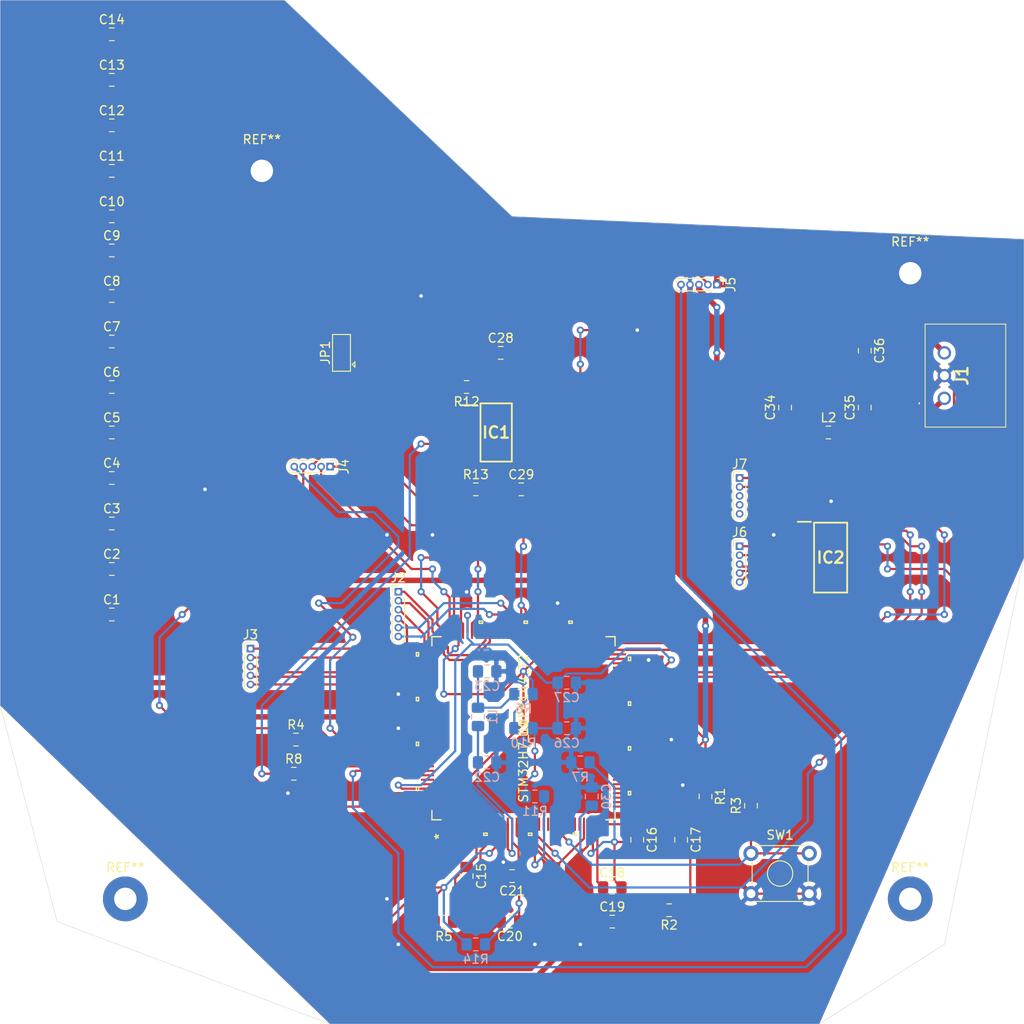
<source format=kicad_pcb>
(kicad_pcb (version 20171130) (host pcbnew "(5.1.6)-1")
  (layers (0 F.Cu power) (31 B.Cu power) (34 B.Paste user) (35 F.Paste user) (36 B.SilkS user) (37 F.SilkS user) (38 B.Mask user) (39 F.Mask user) (44 Edge.Cuts user))
  (net 0 "")
  (net 1 GND)
  (net 2 VBAT)
  (net 3 VDDA)
  (net 4 VREF+)
  (net 5 VDDSMPS_OUT)
  (net 6 5V)
  (net 7 PWR_IN)
  (net 8 "Net-(C35-Pad1)")
  (net 9 VFBSD)
  (net 10 nJTRST)
  (net 11 JTDO)
  (net 12 JTDI)
  (net 13 JTCK_SWCLK)
  (net 14 JTMS_SWDIO)
  (net 15 USART1_RX)
  (net 16 USART1_TX)
  (net 17 I2C2_SMBA)
  (net 18 I2C2_SDA)
  (net 19 I2C2_SCL)
  (net 20 Touch_Input)
  (net 21 NRST)
  (net 22 "Net-(IC1-Pad4)")
  (net 23 "Net-(IC1-Pad1)")
  (net 24 USART6_RX)
  (net 25 USART6_TX)
  (net 26 USART3_RX)
  (net 27 USART3_TX)
  (net 28 PWM5)
  (net 29 PWM4)
  (net 30 PWM3)
  (net 31 PWM2)
  (net 32 PWM1)
  (net 33 BOOT0)
  (net 34 V1)
  (net 35 V2)
  (net 36 V3)
  (net 37 V4)
  (net 38 V5)
  (net 39 GNDA)
  (net 40 VDD_SMPS_IND_OUT)
  (net 41 VDD_LDO)
  (net 42 VCAP)
  (net 43 3V3_VDD)
  (net 44 CELL+)
  (net 45 CELL-)
  (net 46 "Net-(IC2-Pad27)")
  (net 47 "Net-(IC2-Pad25)")
  (net 48 "Net-(IC2-Pad24)")
  (net 49 "Net-(IC2-Pad22)")
  (net 50 "Net-(IC2-Pad21)")
  (net 51 "Net-(IC2-Pad20)")
  (net 52 "Net-(IC2-Pad18)")
  (net 53 "Net-(IC2-Pad16)")
  (net 54 "Net-(IC2-Pad15)")
  (net 55 "Net-(IC2-Pad14)")
  (net 56 "Net-(IC2-Pad7)")
  (net 57 "Net-(IC2-Pad6)")
  (net 58 "Net-(IC2-Pad5)")
  (net 59 "Net-(IC2-Pad3)")
  (net 60 "Net-(J7-Pad5)")
  (net 61 "Net-(J7-Pad4)")
  (net 62 "Net-(J7-Pad3)")
  (net 63 "Net-(U1-Pad142)")
  (net 64 "Net-(U1-Pad139)")
  (net 65 "Net-(U1-Pad138)")
  (net 66 "Net-(U1-Pad137)")
  (net 67 "Net-(U1-Pad134)")
  (net 68 "Net-(U1-Pad133)")
  (net 69 "Net-(U1-Pad132)")
  (net 70 "Net-(U1-Pad127)")
  (net 71 "Net-(U1-Pad126)")
  (net 72 "Net-(U1-Pad125)")
  (net 73 "Net-(U1-Pad124)")
  (net 74 "Net-(U1-Pad123)")
  (net 75 "Net-(U1-Pad122)")
  (net 76 "Net-(U1-Pad121)")
  (net 77 "Net-(U1-Pad120)")
  (net 78 "Net-(U1-Pad117)")
  (net 79 "Net-(U1-Pad111)")
  (net 80 "Net-(U1-Pad101)")
  (net 81 "Net-(U1-Pad100)")
  (net 82 "Net-(U1-Pad97)")
  (net 83 "Net-(U1-Pad96)")
  (net 84 "Net-(U1-Pad95)")
  (net 85 "Net-(U1-Pad88)")
  (net 86 "Net-(U1-Pad87)")
  (net 87 "Net-(U1-Pad86)")
  (net 88 "Net-(U1-Pad85)")
  (net 89 "Net-(U1-Pad84)")
  (net 90 "Net-(U1-Pad83)")
  (net 91 "Net-(U1-Pad82)")
  (net 92 "Net-(U1-Pad81)")
  (net 93 "Net-(U1-Pad78)")
  (net 94 "Net-(U1-Pad77)")
  (net 95 "Net-(U1-Pad76)")
  (net 96 "Net-(U1-Pad75)")
  (net 97 "Net-(U1-Pad74)")
  (net 98 "Net-(U1-Pad73)")
  (net 99 "Net-(U1-Pad65)")
  (net 100 "Net-(U1-Pad64)")
  (net 101 "Net-(U1-Pad63)")
  (net 102 "Net-(U1-Pad62)")
  (net 103 "Net-(U1-Pad61)")
  (net 104 "Net-(U1-Pad60)")
  (net 105 "Net-(U1-Pad59)")
  (net 106 "Net-(U1-Pad58)")
  (net 107 "Net-(U1-Pad57)")
  (net 108 "Net-(U1-Pad54)")
  (net 109 "Net-(U1-Pad53)")
  (net 110 "Net-(U1-Pad52)")
  (net 111 "Net-(U1-Pad51)")
  (net 112 "Net-(U1-Pad50)")
  (net 113 "Net-(U1-Pad49)")
  (net 114 "Net-(U1-Pad48)")
  (net 115 "Net-(U1-Pad47)")
  (net 116 "Net-(U1-Pad46)")
  (net 117 "Net-(U1-Pad45)")
  (net 118 "Net-(U1-Pad44)")
  (net 119 "Net-(U1-Pad43)")
  (net 120 "Net-(U1-Pad40)")
  (net 121 "Net-(U1-Pad39)")
  (net 122 "Net-(U1-Pad38)")
  (net 123 "Net-(U1-Pad37)")
  (net 124 "Net-(U1-Pad31)")
  (net 125 "Net-(U1-Pad30)")
  (net 126 "Net-(U1-Pad29)")
  (net 127 "Net-(U1-Pad28)")
  (net 128 "Net-(U1-Pad26)")
  (net 129 "Net-(U1-Pad25)")
  (net 130 "Net-(U1-Pad24)")
  (net 131 "Net-(U1-Pad23)")
  (net 132 "Net-(U1-Pad22)")
  (net 133 "Net-(U1-Pad20)")
  (net 134 "Net-(U1-Pad11)")
  (net 135 "Net-(U1-Pad10)")
  (net 136 "Net-(U1-Pad9)")
  (net 137 "Net-(U1-Pad5)")
  (net 138 "Net-(U1-Pad4)")
  (net 139 "Net-(U1-Pad3)")
  (net 140 "Net-(U1-Pad2)")
  (net 141 "Net-(U1-Pad1)")
  (net 142 VDDSMPS_IN)
  (net 143 VDD_MCU)
  (net 144 CLK)
  (module MountingHole:MountingHole_2.5mm_Pad (layer F.Cu) (at 168.91 44.45)
    (fp_text reference REF** (at 0 -3.5) (layer F.SilkS))
    (fp_text value MountingHole_2.5mm_Pad)
    (pad 1 thru_hole circle (at 0 0) (size 5 5) (drill 2.5) (layers *.Cu *.Mask))
  )
  (module MountingHole:MountingHole_2.5mm_Pad (layer F.Cu) (at 241.3 55.88)
    (fp_text reference REF** (at 0 -3.5) (layer F.SilkS))
    (fp_text value MountingHole_2.5mm_Pad)
    (pad 1 thru_hole circle (at 0 0) (size 5 5) (drill 2.5) (layers *.Cu *.Mask))
  )
  (module MountingHole:MountingHole_2.5mm_Pad (layer F.Cu) (at 153.67 125.73)
    (fp_text reference REF** (at 0 -3.5) (layer F.SilkS))
    (fp_text value MountingHole_2.5mm_Pad)
    (pad 1 thru_hole circle (at 0 0) (size 5 5) (drill 2.5) (layers *.Cu *.Mask))
  )
  (module MountingHole:MountingHole_2.5mm_Pad (layer F.Cu) (at 241.3 125.73)
    (fp_text reference REF** (at 0 -3.5) (layer F.SilkS))
    (fp_text value MountingHole_2.5mm_Pad)
    (pad 1 thru_hole circle (at 0 0) (size 5 5) (drill 2.5) (layers *.Cu *.Mask))
  )
  (module Capacitor_SMD:C_0805_2012Metric_Pad1.15x1.40mm_HandSolder (layer B.Cu) (at 205.74 114.3 90)
    (fp_text reference C30 (at 0 1.65 270) (layer B.SilkS) (effects (justify mirror)))
    (fp_text value .1uF)
    (pad 2 smd roundrect (at 1.025 0 90) (size 1.15 1.4) (layers B.Cu B.Paste B.Mask) (roundrect_rratio 0.217391) (net 1 GND))
    (pad 1 smd roundrect (at -1.025 0 90) (size 1.15 1.4) (layers B.Cu B.Paste B.Mask) (roundrect_rratio 0.217391) (net 21 NRST))
  )
  (module Resistor_SMD:R_0805_2012Metric_Pad1.15x1.40mm_HandSolder (layer B.Cu) (at 198.12 102.87)
    (fp_text reference R6 (at 0 1.65) (layer B.SilkS) (effects (justify mirror)))
    (fp_text value 0R)
    (pad 2 smd roundrect (at 1.025 0) (size 1.15 1.4) (layers B.Cu B.Paste B.Mask) (roundrect_rratio 0.217391) (net 41 VDD_LDO))
    (pad 1 smd roundrect (at -1.025 0) (size 1.15 1.4) (layers B.Cu B.Paste B.Mask) (roundrect_rratio 0.217391) (net 40 VDD_SMPS_IND_OUT))
  )
  (module Resistor_SMD:R_0805_2012Metric_Pad1.15x1.40mm_HandSolder (layer B.Cu) (at 192.795 130.81)
    (fp_text reference R14 (at 0 1.65) (layer B.SilkS) (effects (justify mirror)))
    (fp_text value 0R)
    (pad 2 smd roundrect (at 1.025 0) (size 1.15 1.4) (layers B.Cu B.Paste B.Mask) (roundrect_rratio 0.217391) (net 142 VDDSMPS_IN))
    (pad 1 smd roundrect (at -1.025 0) (size 1.15 1.4) (layers B.Cu B.Paste B.Mask) (roundrect_rratio 0.217391) (net 143 VDD_MCU))
  )
  (module Resistor_SMD:R_0805_2012Metric_Pad1.15x1.40mm_HandSolder (layer F.Cu) (at 189.23 128.27 180)
    (fp_text reference R5 (at 0 -1.65) (layer F.SilkS))
    (fp_text value 0R)
    (pad 2 smd roundrect (at 1.025 0 180) (size 1.15 1.4) (layers F.Cu F.Paste F.Mask) (roundrect_rratio 0.217391) (net 143 VDD_MCU))
    (pad 1 smd roundrect (at -1.025 0 180) (size 1.15 1.4) (layers F.Cu F.Paste F.Mask) (roundrect_rratio 0.217391) (net 2 VBAT))
  )
  (module Resistor_SMD:R_0805_2012Metric_Pad1.15x1.40mm_HandSolder (layer B.Cu) (at 198.12 106.68)
    (fp_text reference R10 (at 0 1.65) (layer B.SilkS) (effects (justify mirror)))
    (fp_text value 0R)
    (pad 2 smd roundrect (at 1.025 0) (size 1.15 1.4) (layers B.Cu B.Paste B.Mask) (roundrect_rratio 0.217391) (net 42 VCAP))
    (pad 1 smd roundrect (at -1.025 0) (size 1.15 1.4) (layers B.Cu B.Paste B.Mask) (roundrect_rratio 0.217391) (net 41 VDD_LDO))
  )
  (module Resistor_SMD:R_0805_2012Metric_Pad1.15x1.40mm_HandSolder (layer F.Cu) (at 172.475 111.76)
    (fp_text reference R8 (at 0 -1.65) (layer F.SilkS))
    (fp_text value 0R)
    (pad 2 smd roundrect (at 1.025 0) (size 1.15 1.4) (layers F.Cu F.Paste F.Mask) (roundrect_rratio 0.217391) (net 33 BOOT0))
    (pad 1 smd roundrect (at -1.025 0) (size 1.15 1.4) (layers F.Cu F.Paste F.Mask) (roundrect_rratio 0.217391) (net 43 3V3_VDD))
  )
  (module Resistor_SMD:R_0805_2012Metric_Pad1.15x1.40mm_HandSolder (layer B.Cu) (at 204.47 110.49)
    (fp_text reference R7 (at 0 1.65) (layer B.SilkS) (effects (justify mirror)))
    (fp_text value 0R)
    (pad 2 smd roundrect (at 1.025 0) (size 1.15 1.4) (layers B.Cu B.Paste B.Mask) (roundrect_rratio 0.217391) (net 39 GNDA))
    (pad 1 smd roundrect (at -1.025 0) (size 1.15 1.4) (layers B.Cu B.Paste B.Mask) (roundrect_rratio 0.217391) (net 1 GND))
  )
  (module Connector_PinHeader_1.00mm:PinHeader_1x05_P1.00mm_Vertical (layer F.Cu) (at 222.25 78.74)
    (fp_text reference J7 (at 0 -1.56) (layer F.SilkS))
    (fp_text value Conn_01x05_Male)
    (pad 5 thru_hole oval (at 0 4) (size 0.85 0.85) (drill 0.5) (layers *.Cu *.Mask) (net 60 "Net-(J7-Pad5)"))
    (pad 4 thru_hole oval (at 0 3) (size 0.85 0.85) (drill 0.5) (layers *.Cu *.Mask) (net 61 "Net-(J7-Pad4)"))
    (pad 3 thru_hole oval (at 0 2) (size 0.85 0.85) (drill 0.5) (layers *.Cu *.Mask) (net 62 "Net-(J7-Pad3)"))
    (pad 2 thru_hole oval (at 0 1) (size 0.85 0.85) (drill 0.5) (layers *.Cu *.Mask) (net 44 CELL+))
    (pad 1 thru_hole rect (at 0 0) (size 0.85 0.85) (drill 0.5) (layers *.Cu *.Mask) (net 45 CELL-))
  )
  (module STM_footprints:STM32H7_LQFP144_T2 (layer F.Cu) (at 198.12 106.68 90)
    (fp_text reference U1 (at 0 0 90) (layer F.SilkS))
    (fp_text value STM32H7_LQFP144_T2 (at 0 0 90) (layer F.SilkS))
    (fp_text user * (at -12.0904 -9.381 90) (layer F.SilkS))
    (pad 144 smd rect (at -8.75 -10.7188 90) (size 0.2286 1.4732) (layers F.Cu F.Paste F.Mask) (net 143 VDD_MCU))
    (pad 143 smd rect (at -8.250001 -10.7188 90) (size 0.2286 1.4732) (layers F.Cu F.Paste F.Mask) (net 41 VDD_LDO))
    (pad 142 smd rect (at -7.75 -10.7188 90) (size 0.2286 1.4732) (layers F.Cu F.Paste F.Mask) (net 63 "Net-(U1-Pad142)"))
    (pad 141 smd rect (at -7.250001 -10.7188 90) (size 0.2286 1.4732) (layers F.Cu F.Paste F.Mask) (net 1 GND))
    (pad 140 smd rect (at -6.749999 -10.7188 90) (size 0.2286 1.4732) (layers F.Cu F.Paste F.Mask) (net 42 VCAP))
    (pad 139 smd rect (at -6.25 -10.7188 90) (size 0.2286 1.4732) (layers F.Cu F.Paste F.Mask) (net 64 "Net-(U1-Pad139)"))
    (pad 138 smd rect (at -5.750001 -10.7188 90) (size 0.2286 1.4732) (layers F.Cu F.Paste F.Mask) (net 65 "Net-(U1-Pad138)"))
    (pad 137 smd rect (at -5.25 -10.7188 90) (size 0.2286 1.4732) (layers F.Cu F.Paste F.Mask) (net 66 "Net-(U1-Pad137)"))
    (pad 136 smd rect (at -4.750001 -10.7188 90) (size 0.2286 1.4732) (layers F.Cu F.Paste F.Mask) (net 20 Touch_Input))
    (pad 135 smd rect (at -4.249999 -10.7188 90) (size 0.2286 1.4732) (layers F.Cu F.Paste F.Mask) (net 33 BOOT0))
    (pad 134 smd rect (at -3.75 -10.7188 90) (size 0.2286 1.4732) (layers F.Cu F.Paste F.Mask) (net 67 "Net-(U1-Pad134)"))
    (pad 133 smd rect (at -3.250001 -10.7188 90) (size 0.2286 1.4732) (layers F.Cu F.Paste F.Mask) (net 68 "Net-(U1-Pad133)"))
    (pad 132 smd rect (at -2.75 -10.7188 90) (size 0.2286 1.4732) (layers F.Cu F.Paste F.Mask) (net 69 "Net-(U1-Pad132)"))
    (pad 131 smd rect (at -2.250001 -10.7188 90) (size 0.2286 1.4732) (layers F.Cu F.Paste F.Mask) (net 10 nJTRST))
    (pad 130 smd rect (at -1.749999 -10.7188 90) (size 0.2286 1.4732) (layers F.Cu F.Paste F.Mask) (net 11 JTDO))
    (pad 129 smd rect (at -1.25 -10.7188 90) (size 0.2286 1.4732) (layers F.Cu F.Paste F.Mask) (net 143 VDD_MCU))
    (pad 128 smd rect (at -0.750001 -10.7188 90) (size 0.2286 1.4732) (layers F.Cu F.Paste F.Mask) (net 1 GND))
    (pad 127 smd rect (at -0.25 -10.7188 90) (size 0.2286 1.4732) (layers F.Cu F.Paste F.Mask) (net 70 "Net-(U1-Pad127)"))
    (pad 126 smd rect (at 0.25 -10.7188 90) (size 0.2286 1.4732) (layers F.Cu F.Paste F.Mask) (net 71 "Net-(U1-Pad126)"))
    (pad 125 smd rect (at 0.750001 -10.7188 90) (size 0.2286 1.4732) (layers F.Cu F.Paste F.Mask) (net 72 "Net-(U1-Pad125)"))
    (pad 124 smd rect (at 1.25 -10.7188 90) (size 0.2286 1.4732) (layers F.Cu F.Paste F.Mask) (net 73 "Net-(U1-Pad124)"))
    (pad 123 smd rect (at 1.749999 -10.7188 90) (size 0.2286 1.4732) (layers F.Cu F.Paste F.Mask) (net 74 "Net-(U1-Pad123)"))
    (pad 122 smd rect (at 2.250001 -10.7188 90) (size 0.2286 1.4732) (layers F.Cu F.Paste F.Mask) (net 75 "Net-(U1-Pad122)"))
    (pad 121 smd rect (at 2.75 -10.7188 90) (size 0.2286 1.4732) (layers F.Cu F.Paste F.Mask) (net 76 "Net-(U1-Pad121)"))
    (pad 120 smd rect (at 3.250001 -10.7188 90) (size 0.2286 1.4732) (layers F.Cu F.Paste F.Mask) (net 77 "Net-(U1-Pad120)"))
    (pad 119 smd rect (at 3.75 -10.7188 90) (size 0.2286 1.4732) (layers F.Cu F.Paste F.Mask) (net 143 VDD_MCU))
    (pad 118 smd rect (at 4.249999 -10.7188 90) (size 0.2286 1.4732) (layers F.Cu F.Paste F.Mask) (net 1 GND))
    (pad 117 smd rect (at 4.750001 -10.7188 90) (size 0.2286 1.4732) (layers F.Cu F.Paste F.Mask) (net 78 "Net-(U1-Pad117)"))
    (pad 116 smd rect (at 5.25 -10.7188 90) (size 0.2286 1.4732) (layers F.Cu F.Paste F.Mask) (net 28 PWM5))
    (pad 115 smd rect (at 5.750001 -10.7188 90) (size 0.2286 1.4732) (layers F.Cu F.Paste F.Mask) (net 29 PWM4))
    (pad 114 smd rect (at 6.25 -10.7188 90) (size 0.2286 1.4732) (layers F.Cu F.Paste F.Mask) (net 30 PWM3))
    (pad 113 smd rect (at 6.749999 -10.7188 90) (size 0.2286 1.4732) (layers F.Cu F.Paste F.Mask) (net 31 PWM2))
    (pad 112 smd rect (at 7.250001 -10.7188 90) (size 0.2286 1.4732) (layers F.Cu F.Paste F.Mask) (net 32 PWM1))
    (pad 111 smd rect (at 7.75 -10.7188 90) (size 0.2286 1.4732) (layers F.Cu F.Paste F.Mask) (net 79 "Net-(U1-Pad111)"))
    (pad 110 smd rect (at 8.250001 -10.7188 90) (size 0.2286 1.4732) (layers F.Cu F.Paste F.Mask) (net 26 USART3_RX))
    (pad 109 smd rect (at 8.75 -10.7188 90) (size 0.2286 1.4732) (layers F.Cu F.Paste F.Mask) (net 27 USART3_TX))
    (pad 108 smd rect (at 10.7188 -8.75 180) (size 0.2286 1.4732) (layers F.Cu F.Paste F.Mask) (net 12 JTDI))
    (pad 107 smd rect (at 10.7188 -8.250001 180) (size 0.2286 1.4732) (layers F.Cu F.Paste F.Mask) (net 13 JTCK_SWCLK))
    (pad 106 smd rect (at 10.7188 -7.75 180) (size 0.2286 1.4732) (layers F.Cu F.Paste F.Mask) (net 143 VDD_MCU))
    (pad 105 smd rect (at 10.7188 -7.250001 180) (size 0.2286 1.4732) (layers F.Cu F.Paste F.Mask) (net 41 VDD_LDO))
    (pad 104 smd rect (at 10.7188 -6.749999 180) (size 0.2286 1.4732) (layers F.Cu F.Paste F.Mask) (net 1 GND))
    (pad 103 smd rect (at 10.7188 -6.25 180) (size 0.2286 1.4732) (layers F.Cu F.Paste F.Mask) (net 42 VCAP))
    (pad 102 smd rect (at 10.7188 -5.750001 180) (size 0.2286 1.4732) (layers F.Cu F.Paste F.Mask) (net 14 JTMS_SWDIO))
    (pad 101 smd rect (at 10.7188 -5.25 180) (size 0.2286 1.4732) (layers F.Cu F.Paste F.Mask) (net 80 "Net-(U1-Pad101)"))
    (pad 100 smd rect (at 10.7188 -4.750001 180) (size 0.2286 1.4732) (layers F.Cu F.Paste F.Mask) (net 81 "Net-(U1-Pad100)"))
    (pad 99 smd rect (at 10.7188 -4.249999 180) (size 0.2286 1.4732) (layers F.Cu F.Paste F.Mask) (net 15 USART1_RX))
    (pad 98 smd rect (at 10.7188 -3.75 180) (size 0.2286 1.4732) (layers F.Cu F.Paste F.Mask) (net 16 USART1_TX))
    (pad 97 smd rect (at 10.7188 -3.250001 180) (size 0.2286 1.4732) (layers F.Cu F.Paste F.Mask) (net 82 "Net-(U1-Pad97)"))
    (pad 96 smd rect (at 10.7188 -2.75 180) (size 0.2286 1.4732) (layers F.Cu F.Paste F.Mask) (net 83 "Net-(U1-Pad96)"))
    (pad 95 smd rect (at 10.7188 -2.250001 180) (size 0.2286 1.4732) (layers F.Cu F.Paste F.Mask) (net 84 "Net-(U1-Pad95)"))
    (pad 94 smd rect (at 10.7188 -1.749999 180) (size 0.2286 1.4732) (layers F.Cu F.Paste F.Mask) (net 24 USART6_RX))
    (pad 93 smd rect (at 10.7188 -1.25 180) (size 0.2286 1.4732) (layers F.Cu F.Paste F.Mask) (net 25 USART6_TX))
    (pad 92 smd rect (at 10.7188 -0.750001 180) (size 0.2286 1.4732) (layers F.Cu F.Paste F.Mask) (net 143 VDD_MCU))
    (pad 91 smd rect (at 10.7188 -0.25 180) (size 0.2286 1.4732) (layers F.Cu F.Paste F.Mask) (net 43 3V3_VDD))
    (pad 90 smd rect (at 10.7188 0.25 180) (size 0.2286 1.4732) (layers F.Cu F.Paste F.Mask) (net 43 3V3_VDD))
    (pad 89 smd rect (at 10.7188 0.750001 180) (size 0.2286 1.4732) (layers F.Cu F.Paste F.Mask) (net 1 GND))
    (pad 88 smd rect (at 10.7188 1.25 180) (size 0.2286 1.4732) (layers F.Cu F.Paste F.Mask) (net 85 "Net-(U1-Pad88)"))
    (pad 87 smd rect (at 10.7188 1.749999 180) (size 0.2286 1.4732) (layers F.Cu F.Paste F.Mask) (net 86 "Net-(U1-Pad87)"))
    (pad 86 smd rect (at 10.7188 2.250001 180) (size 0.2286 1.4732) (layers F.Cu F.Paste F.Mask) (net 87 "Net-(U1-Pad86)"))
    (pad 85 smd rect (at 10.7188 2.75 180) (size 0.2286 1.4732) (layers F.Cu F.Paste F.Mask) (net 88 "Net-(U1-Pad85)"))
    (pad 84 smd rect (at 10.7188 3.250001 180) (size 0.2286 1.4732) (layers F.Cu F.Paste F.Mask) (net 89 "Net-(U1-Pad84)"))
    (pad 83 smd rect (at 10.7188 3.75 180) (size 0.2286 1.4732) (layers F.Cu F.Paste F.Mask) (net 90 "Net-(U1-Pad83)"))
    (pad 82 smd rect (at 10.7188 4.249999 180) (size 0.2286 1.4732) (layers F.Cu F.Paste F.Mask) (net 91 "Net-(U1-Pad82)"))
    (pad 81 smd rect (at 10.7188 4.750001 180) (size 0.2286 1.4732) (layers F.Cu F.Paste F.Mask) (net 92 "Net-(U1-Pad81)"))
    (pad 80 smd rect (at 10.7188 5.25 180) (size 0.2286 1.4732) (layers F.Cu F.Paste F.Mask) (net 1 GND))
    (pad 79 smd rect (at 10.7188 5.750001 180) (size 0.2286 1.4732) (layers F.Cu F.Paste F.Mask) (net 143 VDD_MCU))
    (pad 78 smd rect (at 10.7188 6.25 180) (size 0.2286 1.4732) (layers F.Cu F.Paste F.Mask) (net 93 "Net-(U1-Pad78)"))
    (pad 77 smd rect (at 10.7188 6.749999 180) (size 0.2286 1.4732) (layers F.Cu F.Paste F.Mask) (net 94 "Net-(U1-Pad77)"))
    (pad 76 smd rect (at 10.7188 7.250001 180) (size 0.2286 1.4732) (layers F.Cu F.Paste F.Mask) (net 95 "Net-(U1-Pad76)"))
    (pad 75 smd rect (at 10.7188 7.75 180) (size 0.2286 1.4732) (layers F.Cu F.Paste F.Mask) (net 96 "Net-(U1-Pad75)"))
    (pad 74 smd rect (at 10.7188 8.250001 180) (size 0.2286 1.4732) (layers F.Cu F.Paste F.Mask) (net 97 "Net-(U1-Pad74)"))
    (pad 73 smd rect (at 10.7188 8.75 180) (size 0.2286 1.4732) (layers F.Cu F.Paste F.Mask) (net 98 "Net-(U1-Pad73)"))
    (pad 72 smd rect (at 8.75 10.7188 90) (size 0.2286 1.4732) (layers F.Cu F.Paste F.Mask) (net 17 I2C2_SMBA))
    (pad 71 smd rect (at 8.250001 10.7188 90) (size 0.2286 1.4732) (layers F.Cu F.Paste F.Mask) (net 143 VDD_MCU))
    (pad 70 smd rect (at 7.75 10.7188 90) (size 0.2286 1.4732) (layers F.Cu F.Paste F.Mask) (net 41 VDD_LDO))
    (pad 69 smd rect (at 7.250001 10.7188 90) (size 0.2286 1.4732) (layers F.Cu F.Paste F.Mask) (net 1 GND))
    (pad 68 smd rect (at 6.749999 10.7188 90) (size 0.2286 1.4732) (layers F.Cu F.Paste F.Mask) (net 42 VCAP))
    (pad 67 smd rect (at 6.25 10.7188 90) (size 0.2286 1.4732) (layers F.Cu F.Paste F.Mask) (net 18 I2C2_SDA))
    (pad 66 smd rect (at 5.750001 10.7188 90) (size 0.2286 1.4732) (layers F.Cu F.Paste F.Mask) (net 19 I2C2_SCL))
    (pad 65 smd rect (at 5.25 10.7188 90) (size 0.2286 1.4732) (layers F.Cu F.Paste F.Mask) (net 99 "Net-(U1-Pad65)"))
    (pad 64 smd rect (at 4.750001 10.7188 90) (size 0.2286 1.4732) (layers F.Cu F.Paste F.Mask) (net 100 "Net-(U1-Pad64)"))
    (pad 63 smd rect (at 4.249999 10.7188 90) (size 0.2286 1.4732) (layers F.Cu F.Paste F.Mask) (net 101 "Net-(U1-Pad63)"))
    (pad 62 smd rect (at 3.75 10.7188 90) (size 0.2286 1.4732) (layers F.Cu F.Paste F.Mask) (net 102 "Net-(U1-Pad62)"))
    (pad 61 smd rect (at 3.250001 10.7188 90) (size 0.2286 1.4732) (layers F.Cu F.Paste F.Mask) (net 103 "Net-(U1-Pad61)"))
    (pad 60 smd rect (at 2.75 10.7188 90) (size 0.2286 1.4732) (layers F.Cu F.Paste F.Mask) (net 104 "Net-(U1-Pad60)"))
    (pad 59 smd rect (at 2.250001 10.7188 90) (size 0.2286 1.4732) (layers F.Cu F.Paste F.Mask) (net 105 "Net-(U1-Pad59)"))
    (pad 58 smd rect (at 1.749999 10.7188 90) (size 0.2286 1.4732) (layers F.Cu F.Paste F.Mask) (net 106 "Net-(U1-Pad58)"))
    (pad 57 smd rect (at 1.25 10.7188 90) (size 0.2286 1.4732) (layers F.Cu F.Paste F.Mask) (net 107 "Net-(U1-Pad57)"))
    (pad 56 smd rect (at 0.750001 10.7188 90) (size 0.2286 1.4732) (layers F.Cu F.Paste F.Mask) (net 143 VDD_MCU))
    (pad 55 smd rect (at 0.25 10.7188 90) (size 0.2286 1.4732) (layers F.Cu F.Paste F.Mask) (net 1 GND))
    (pad 54 smd rect (at -0.25 10.7188 90) (size 0.2286 1.4732) (layers F.Cu F.Paste F.Mask) (net 108 "Net-(U1-Pad54)"))
    (pad 53 smd rect (at -0.750001 10.7188 90) (size 0.2286 1.4732) (layers F.Cu F.Paste F.Mask) (net 109 "Net-(U1-Pad53)"))
    (pad 52 smd rect (at -1.25 10.7188 90) (size 0.2286 1.4732) (layers F.Cu F.Paste F.Mask) (net 110 "Net-(U1-Pad52)"))
    (pad 51 smd rect (at -1.749999 10.7188 90) (size 0.2286 1.4732) (layers F.Cu F.Paste F.Mask) (net 111 "Net-(U1-Pad51)"))
    (pad 50 smd rect (at -2.250001 10.7188 90) (size 0.2286 1.4732) (layers F.Cu F.Paste F.Mask) (net 112 "Net-(U1-Pad50)"))
    (pad 49 smd rect (at -2.75 10.7188 90) (size 0.2286 1.4732) (layers F.Cu F.Paste F.Mask) (net 113 "Net-(U1-Pad49)"))
    (pad 48 smd rect (at -3.250001 10.7188 90) (size 0.2286 1.4732) (layers F.Cu F.Paste F.Mask) (net 114 "Net-(U1-Pad48)"))
    (pad 47 smd rect (at -3.75 10.7188 90) (size 0.2286 1.4732) (layers F.Cu F.Paste F.Mask) (net 115 "Net-(U1-Pad47)"))
    (pad 46 smd rect (at -4.249999 10.7188 90) (size 0.2286 1.4732) (layers F.Cu F.Paste F.Mask) (net 116 "Net-(U1-Pad46)"))
    (pad 45 smd rect (at -4.750001 10.7188 90) (size 0.2286 1.4732) (layers F.Cu F.Paste F.Mask) (net 117 "Net-(U1-Pad45)"))
    (pad 44 smd rect (at -5.25 10.7188 90) (size 0.2286 1.4732) (layers F.Cu F.Paste F.Mask) (net 118 "Net-(U1-Pad44)"))
    (pad 43 smd rect (at -5.750001 10.7188 90) (size 0.2286 1.4732) (layers F.Cu F.Paste F.Mask) (net 119 "Net-(U1-Pad43)"))
    (pad 42 smd rect (at -6.25 10.7188 90) (size 0.2286 1.4732) (layers F.Cu F.Paste F.Mask) (net 143 VDD_MCU))
    (pad 41 smd rect (at -6.749999 10.7188 90) (size 0.2286 1.4732) (layers F.Cu F.Paste F.Mask) (net 1 GND))
    (pad 40 smd rect (at -7.250001 10.7188 90) (size 0.2286 1.4732) (layers F.Cu F.Paste F.Mask) (net 120 "Net-(U1-Pad40)"))
    (pad 39 smd rect (at -7.75 10.7188 90) (size 0.2286 1.4732) (layers F.Cu F.Paste F.Mask) (net 121 "Net-(U1-Pad39)"))
    (pad 38 smd rect (at -8.250001 10.7188 90) (size 0.2286 1.4732) (layers F.Cu F.Paste F.Mask) (net 122 "Net-(U1-Pad38)"))
    (pad 37 smd rect (at -8.75 10.7188 90) (size 0.2286 1.4732) (layers F.Cu F.Paste F.Mask) (net 123 "Net-(U1-Pad37)"))
    (pad 36 smd rect (at -10.7188 8.75 180) (size 0.2286 1.4732) (layers F.Cu F.Paste F.Mask) (net 3 VDDA))
    (pad 35 smd rect (at -10.7188 8.249999 180) (size 0.2286 1.4732) (layers F.Cu F.Paste F.Mask) (net 4 VREF+))
    (pad 34 smd rect (at -10.7188 7.75 180) (size 0.2286 1.4732) (layers F.Cu F.Paste F.Mask) (net 39 GNDA))
    (pad 33 smd rect (at -10.7188 7.250001 180) (size 0.2286 1.4732) (layers F.Cu F.Paste F.Mask) (net 1 GND))
    (pad 32 smd rect (at -10.7188 6.749999 180) (size 0.2286 1.4732) (layers F.Cu F.Paste F.Mask) (net 143 VDD_MCU))
    (pad 31 smd rect (at -10.7188 6.25 180) (size 0.2286 1.4732) (layers F.Cu F.Paste F.Mask) (net 124 "Net-(U1-Pad31)"))
    (pad 30 smd rect (at -10.7188 5.749999 180) (size 0.2286 1.4732) (layers F.Cu F.Paste F.Mask) (net 125 "Net-(U1-Pad30)"))
    (pad 29 smd rect (at -10.7188 5.25 180) (size 0.2286 1.4732) (layers F.Cu F.Paste F.Mask) (net 126 "Net-(U1-Pad29)"))
    (pad 28 smd rect (at -10.7188 4.750001 180) (size 0.2286 1.4732) (layers F.Cu F.Paste F.Mask) (net 127 "Net-(U1-Pad28)"))
    (pad 27 smd rect (at -10.7188 4.249999 180) (size 0.2286 1.4732) (layers F.Cu F.Paste F.Mask) (net 21 NRST))
    (pad 26 smd rect (at -10.7188 3.75 180) (size 0.2286 1.4732) (layers F.Cu F.Paste F.Mask) (net 128 "Net-(U1-Pad26)"))
    (pad 25 smd rect (at -10.7188 3.249999 180) (size 0.2286 1.4732) (layers F.Cu F.Paste F.Mask) (net 129 "Net-(U1-Pad25)"))
    (pad 24 smd rect (at -10.7188 2.75 180) (size 0.2286 1.4732) (layers F.Cu F.Paste F.Mask) (net 130 "Net-(U1-Pad24)"))
    (pad 23 smd rect (at -10.7188 2.250001 180) (size 0.2286 1.4732) (layers F.Cu F.Paste F.Mask) (net 131 "Net-(U1-Pad23)"))
    (pad 22 smd rect (at -10.7188 1.749999 180) (size 0.2286 1.4732) (layers F.Cu F.Paste F.Mask) (net 132 "Net-(U1-Pad22)"))
    (pad 21 smd rect (at -10.7188 1.25 180) (size 0.2286 1.4732) (layers F.Cu F.Paste F.Mask) (net 144 CLK))
    (pad 20 smd rect (at -10.7188 0.749998 180) (size 0.2286 1.4732) (layers F.Cu F.Paste F.Mask) (net 133 "Net-(U1-Pad20)"))
    (pad 19 smd rect (at -10.7188 0.25 180) (size 0.2286 1.4732) (layers F.Cu F.Paste F.Mask) (net 143 VDD_MCU))
    (pad 18 smd rect (at -10.7188 -0.25 180) (size 0.2286 1.4732) (layers F.Cu F.Paste F.Mask) (net 1 GND))
    (pad 17 smd rect (at -10.7188 -0.750001 180) (size 0.2286 1.4732) (layers F.Cu F.Paste F.Mask) (net 9 VFBSD))
    (pad 16 smd rect (at -10.7188 -1.25 180) (size 0.2286 1.4732) (layers F.Cu F.Paste F.Mask) (net 142 VDDSMPS_IN))
    (pad 15 smd rect (at -10.7188 -1.749999 180) (size 0.2286 1.4732) (layers F.Cu F.Paste F.Mask) (net 5 VDDSMPS_OUT))
    (pad 14 smd rect (at -10.7188 -2.250001 180) (size 0.2286 1.4732) (layers F.Cu F.Paste F.Mask) (net 1 GND))
    (pad 13 smd rect (at -10.7188 -2.75 180) (size 0.2286 1.4732) (layers F.Cu F.Paste F.Mask) (net 143 VDD_MCU))
    (pad 12 smd rect (at -10.7188 -3.250001 180) (size 0.2286 1.4732) (layers F.Cu F.Paste F.Mask) (net 1 GND))
    (pad 11 smd rect (at -10.7188 -3.75 180) (size 0.2286 1.4732) (layers F.Cu F.Paste F.Mask) (net 134 "Net-(U1-Pad11)"))
    (pad 10 smd rect (at -10.7188 -4.249999 180) (size 0.2286 1.4732) (layers F.Cu F.Paste F.Mask) (net 135 "Net-(U1-Pad10)"))
    (pad 9 smd rect (at -10.7188 -4.750001 180) (size 0.2286 1.4732) (layers F.Cu F.Paste F.Mask) (net 136 "Net-(U1-Pad9)"))
    (pad 8 smd rect (at -10.7188 -5.25 180) (size 0.2286 1.4732) (layers F.Cu F.Paste F.Mask) (net 2 VBAT))
    (pad 7 smd rect (at -10.7188 -5.750001 180) (size 0.2286 1.4732) (layers F.Cu F.Paste F.Mask) (net 143 VDD_MCU))
    (pad 6 smd rect (at -10.7188 -6.25 180) (size 0.2286 1.4732) (layers F.Cu F.Paste F.Mask) (net 1 GND))
    (pad 5 smd rect (at -10.7188 -6.749999 180) (size 0.2286 1.4732) (layers F.Cu F.Paste F.Mask) (net 137 "Net-(U1-Pad5)"))
    (pad 4 smd rect (at -10.7188 -7.250001 180) (size 0.2286 1.4732) (layers F.Cu F.Paste F.Mask) (net 138 "Net-(U1-Pad4)"))
    (pad 3 smd rect (at -10.7188 -7.75 180) (size 0.2286 1.4732) (layers F.Cu F.Paste F.Mask) (net 139 "Net-(U1-Pad3)"))
    (pad 2 smd rect (at -10.7188 -8.250001 180) (size 0.2286 1.4732) (layers F.Cu F.Paste F.Mask) (net 140 "Net-(U1-Pad2)"))
    (pad 1 smd rect (at -10.7188 -8.75 180) (size 0.2286 1.4732) (layers F.Cu F.Paste F.Mask) (net 141 "Net-(U1-Pad1)"))
  )
  (module Button_Switch_THT:SW_TH_Tactile_Omron_B3F-10xx (layer F.Cu) (at 223.52 120.65)
    (fp_text reference SW1 (at 3.25 -2.05) (layer F.SilkS))
    (fp_text value SW_Push_Dual)
    (pad 1 thru_hole circle (at 0 0) (size 1.7 1.7) (drill 1) (layers *.Cu *.Mask) (net 21 NRST))
    (pad 2 thru_hole circle (at 6.5 0) (size 1.7 1.7) (drill 1) (layers *.Cu *.Mask) (net 21 NRST))
    (pad 3 thru_hole circle (at 0 4.5) (size 1.7 1.7) (drill 1) (layers *.Cu *.Mask) (net 1 GND))
    (pad 4 thru_hole circle (at 6.5 4.5) (size 1.7 1.7) (drill 1) (layers *.Cu *.Mask) (net 1 GND))
  )
  (module Resistor_SMD:R_0805_2012Metric_Pad1.15x1.40mm_HandSolder (layer F.Cu) (at 192.795 80.01)
    (fp_text reference R13 (at 0 -1.65) (layer F.SilkS))
    (fp_text value 10K)
    (pad 2 smd roundrect (at 1.025 0) (size 1.15 1.4) (layers F.Cu F.Paste F.Mask) (roundrect_rratio 0.217391) (net 43 3V3_VDD))
    (pad 1 smd roundrect (at -1.025 0) (size 1.15 1.4) (layers F.Cu F.Paste F.Mask) (roundrect_rratio 0.217391) (net 22 "Net-(IC1-Pad4)"))
  )
  (module Resistor_SMD:R_0805_2012Metric_Pad1.15x1.40mm_HandSolder (layer F.Cu) (at 191.77 68.58 180)
    (fp_text reference R12 (at 0 -1.65) (layer F.SilkS))
    (fp_text value 10K)
    (pad 2 smd roundrect (at 1.025 0 180) (size 1.15 1.4) (layers F.Cu F.Paste F.Mask) (roundrect_rratio 0.217391) (net 23 "Net-(IC1-Pad1)"))
    (pad 1 smd roundrect (at -1.025 0 180) (size 1.15 1.4) (layers F.Cu F.Paste F.Mask) (roundrect_rratio 0.217391) (net 6 5V))
  )
  (module Resistor_SMD:R_0805_2012Metric_Pad1.15x1.40mm_HandSolder (layer B.Cu) (at 199.39 114.3)
    (fp_text reference R11 (at 0 1.65) (layer B.SilkS) (effects (justify mirror)))
    (fp_text value 0R)
    (pad 2 smd roundrect (at 1.025 0) (size 1.15 1.4) (layers B.Cu B.Paste B.Mask) (roundrect_rratio 0.217391) (net 9 VFBSD))
    (pad 1 smd roundrect (at -1.025 0) (size 1.15 1.4) (layers B.Cu B.Paste B.Mask) (roundrect_rratio 0.217391) (net 42 VCAP))
  )
  (module Resistor_SMD:R_0805_2012Metric_Pad1.15x1.40mm_HandSolder (layer F.Cu) (at 172.72 107.95)
    (fp_text reference R4 (at 0 -1.65) (layer F.SilkS))
    (fp_text value 100k)
    (pad 2 smd roundrect (at 1.025 0) (size 1.15 1.4) (layers F.Cu F.Paste F.Mask) (roundrect_rratio 0.217391) (net 33 BOOT0))
    (pad 1 smd roundrect (at -1.025 0) (size 1.15 1.4) (layers F.Cu F.Paste F.Mask) (roundrect_rratio 0.217391) (net 1 GND))
  )
  (module Resistor_SMD:R_0805_2012Metric_Pad1.15x1.40mm_HandSolder (layer F.Cu) (at 223.52 115.325 90)
    (fp_text reference R3 (at 0 -1.65 90) (layer F.SilkS))
    (fp_text value 100k)
    (pad 2 smd roundrect (at 1.025 0 90) (size 1.15 1.4) (layers F.Cu F.Paste F.Mask) (roundrect_rratio 0.217391) (net 143 VDD_MCU))
    (pad 1 smd roundrect (at -1.025 0 90) (size 1.15 1.4) (layers F.Cu F.Paste F.Mask) (roundrect_rratio 0.217391) (net 21 NRST))
  )
  (module Resistor_SMD:R_0805_2012Metric_Pad1.15x1.40mm_HandSolder (layer F.Cu) (at 214.385 127 180)
    (fp_text reference R2 (at 0 -1.65) (layer F.SilkS))
    (fp_text value 0R)
    (pad 2 smd roundrect (at 1.025 0 180) (size 1.15 1.4) (layers F.Cu F.Paste F.Mask) (roundrect_rratio 0.217391) (net 4 VREF+))
    (pad 1 smd roundrect (at -1.025 0 180) (size 1.15 1.4) (layers F.Cu F.Paste F.Mask) (roundrect_rratio 0.217391) (net 3 VDDA))
  )
  (module Resistor_SMD:R_0805_2012Metric_Pad1.15x1.40mm_HandSolder (layer F.Cu) (at 218.44 114.3 270)
    (fp_text reference R1 (at 0 -1.65 90) (layer F.SilkS))
    (fp_text value 0R)
    (pad 2 smd roundrect (at 1.025 0 270) (size 1.15 1.4) (layers F.Cu F.Paste F.Mask) (roundrect_rratio 0.217391) (net 3 VDDA))
    (pad 1 smd roundrect (at -1.025 0 270) (size 1.15 1.4) (layers F.Cu F.Paste F.Mask) (roundrect_rratio 0.217391) (net 143 VDD_MCU))
  )
  (module Inductor_SMD:L_0805_2012Metric_Pad1.15x1.40mm_HandSolder (layer F.Cu) (at 232.165 73.66)
    (fp_text reference L2 (at 0 -1.65) (layer F.SilkS))
    (fp_text value 22uH)
    (pad 2 smd roundrect (at 1.025 0) (size 1.15 1.4) (layers F.Cu F.Paste F.Mask) (roundrect_rratio 0.217391) (net 8 "Net-(C35-Pad1)"))
    (pad 1 smd roundrect (at -1.025 0) (size 1.15 1.4) (layers F.Cu F.Paste F.Mask) (roundrect_rratio 0.217391) (net 7 PWR_IN))
  )
  (module Inductor_SMD:L_0805_2012Metric_Pad1.15x1.40mm_HandSolder (layer B.Cu) (at 193.04 105.41 90)
    (fp_text reference L1 (at 0 1.65 270) (layer B.SilkS) (effects (justify mirror)))
    (fp_text value "2.2uH, 1.2A")
    (pad 2 smd roundrect (at 1.025 0 90) (size 1.15 1.4) (layers B.Cu B.Paste B.Mask) (roundrect_rratio 0.217391) (net 40 VDD_SMPS_IND_OUT))
    (pad 1 smd roundrect (at -1.025 0 90) (size 1.15 1.4) (layers B.Cu B.Paste B.Mask) (roundrect_rratio 0.217391) (net 5 VDDSMPS_OUT))
  )
  (module Jumper:SolderJumper-3_P1.3mm_Open_Pad1.0x1.5mm (layer F.Cu) (at 177.8 64.77 90)
    (fp_text reference JP1 (at 0 -1.8 90) (layer F.SilkS))
    (fp_text value Jumper_3_Open)
    (pad 1 smd rect (at -1.3 0 90) (size 1 1.5) (layers F.Cu F.Mask) (net 1 GND))
    (pad 2 smd rect (at 0 0 90) (size 1 1.5) (layers F.Cu F.Mask) (net 143 VDD_MCU))
    (pad 3 smd rect (at 1.3 0 90) (size 1 1.5) (layers F.Cu F.Mask) (net 43 3V3_VDD))
  )
  (module Connector_PinHeader_1.00mm:PinHeader_1x05_P1.00mm_Vertical (layer F.Cu) (at 222.25 86.36)
    (fp_text reference J6 (at 0 -1.56) (layer F.SilkS))
    (fp_text value Conn_01x05_Male)
    (pad 5 thru_hole oval (at 0 4) (size 0.85 0.85) (drill 0.5) (layers *.Cu *.Mask) (net 34 V1))
    (pad 4 thru_hole oval (at 0 3) (size 0.85 0.85) (drill 0.5) (layers *.Cu *.Mask) (net 35 V2))
    (pad 3 thru_hole oval (at 0 2) (size 0.85 0.85) (drill 0.5) (layers *.Cu *.Mask) (net 36 V3))
    (pad 2 thru_hole oval (at 0 1) (size 0.85 0.85) (drill 0.5) (layers *.Cu *.Mask) (net 37 V4))
    (pad 1 thru_hole rect (at 0 0) (size 0.85 0.85) (drill 0.5) (layers *.Cu *.Mask) (net 38 V5))
  )
  (module Connector_PinHeader_1.00mm:PinHeader_1x05_P1.00mm_Vertical (layer F.Cu) (at 219.71 57.15 270)
    (fp_text reference J5 (at 0 -1.56 90) (layer F.SilkS))
    (fp_text value Conn_01x05_Male)
    (pad 5 thru_hole oval (at 0 4 270) (size 0.85 0.85) (drill 0.5) (layers *.Cu *.Mask) (net 20 Touch_Input))
    (pad 4 thru_hole oval (at 0 3 270) (size 0.85 0.85) (drill 0.5) (layers *.Cu *.Mask) (net 1 GND))
    (pad 3 thru_hole oval (at 0 2 270) (size 0.85 0.85) (drill 0.5) (layers *.Cu *.Mask) (net 7 PWR_IN))
    (pad 2 thru_hole oval (at 0 1 270) (size 0.85 0.85) (drill 0.5) (layers *.Cu *.Mask) (net 43 3V3_VDD))
    (pad 1 thru_hole rect (at 0 0 270) (size 0.85 0.85) (drill 0.5) (layers *.Cu *.Mask) (net 6 5V))
  )
  (module Connector_PinHeader_1.00mm:PinHeader_1x05_P1.00mm_Vertical (layer F.Cu) (at 176.53 77.47 270)
    (fp_text reference J4 (at 0 -1.56 90) (layer F.SilkS))
    (fp_text value Conn_01x05_Male)
    (pad 5 thru_hole oval (at 0 4 270) (size 0.85 0.85) (drill 0.5) (layers *.Cu *.Mask) (net 11 JTDO))
    (pad 4 thru_hole oval (at 0 3 270) (size 0.85 0.85) (drill 0.5) (layers *.Cu *.Mask) (net 10 nJTRST))
    (pad 3 thru_hole oval (at 0 2 270) (size 0.85 0.85) (drill 0.5) (layers *.Cu *.Mask) (net 14 JTMS_SWDIO))
    (pad 2 thru_hole oval (at 0 1 270) (size 0.85 0.85) (drill 0.5) (layers *.Cu *.Mask) (net 13 JTCK_SWCLK))
    (pad 1 thru_hole rect (at 0 0 270) (size 0.85 0.85) (drill 0.5) (layers *.Cu *.Mask) (net 12 JTDI))
  )
  (module Connector_PinHeader_1.00mm:PinHeader_1x05_P1.00mm_Vertical (layer F.Cu) (at 167.64 97.79)
    (fp_text reference J3 (at 0 -1.56) (layer F.SilkS))
    (fp_text value Conn_01x05_Male)
    (pad 5 thru_hole oval (at 0 4) (size 0.85 0.85) (drill 0.5) (layers *.Cu *.Mask) (net 28 PWM5))
    (pad 4 thru_hole oval (at 0 3) (size 0.85 0.85) (drill 0.5) (layers *.Cu *.Mask) (net 29 PWM4))
    (pad 3 thru_hole oval (at 0 2) (size 0.85 0.85) (drill 0.5) (layers *.Cu *.Mask) (net 30 PWM3))
    (pad 2 thru_hole oval (at 0 1) (size 0.85 0.85) (drill 0.5) (layers *.Cu *.Mask) (net 31 PWM2))
    (pad 1 thru_hole rect (at 0 0) (size 0.85 0.85) (drill 0.5) (layers *.Cu *.Mask) (net 32 PWM1))
  )
  (module Connector_PinHeader_1.00mm:PinHeader_1x06_P1.00mm_Vertical (layer F.Cu) (at 184.15 91.44)
    (fp_text reference J2 (at 0 -1.56) (layer F.SilkS))
    (fp_text value Conn_01x05_Male)
    (pad 6 thru_hole oval (at 0 5) (size 0.85 0.85) (drill 0.5) (layers *.Cu *.Mask) (net 24 USART6_RX))
    (pad 5 thru_hole oval (at 0 4) (size 0.85 0.85) (drill 0.5) (layers *.Cu *.Mask) (net 25 USART6_TX))
    (pad 4 thru_hole oval (at 0 3) (size 0.85 0.85) (drill 0.5) (layers *.Cu *.Mask) (net 26 USART3_RX))
    (pad 3 thru_hole oval (at 0 2) (size 0.85 0.85) (drill 0.5) (layers *.Cu *.Mask) (net 27 USART3_TX))
    (pad 2 thru_hole oval (at 0 1) (size 0.85 0.85) (drill 0.5) (layers *.Cu *.Mask) (net 16 USART1_TX))
    (pad 1 thru_hole rect (at 0 0) (size 0.85 0.85) (drill 0.5) (layers *.Cu *.Mask) (net 15 USART1_RX))
  )
  (module SamacSys_Parts:P78052000S (layer F.Cu) (at 245.11 69.85 90)
    (fp_text reference J1 (at 2.54 2 90) (layer F.SilkS) (effects (font (size 1.27 1.27) (thickness 0.254))))
    (fp_text value P7805-2000-S hide)
    (pad 3 thru_hole circle (at 5.08 0 90) (size 1.5 1.5) (drill 1) (layers *.Cu *.Mask) (net 6 5V))
    (pad 2 thru_hole circle (at 2.54 0 90) (size 1.5 1.5) (drill 1) (layers *.Cu *.Mask) (net 1 GND))
    (pad 1 thru_hole circle (at 0 0 90) (size 1.5 1.5) (drill 1) (layers *.Cu *.Mask) (net 8 "Net-(C35-Pad1)"))
  )
  (module SamacSys_Parts:SOP50P640X120-30N (layer F.Cu) (at 232.41 87.63)
    (fp_text reference IC2 (at 0 0) (layer F.SilkS) (effects (font (size 1.27 1.27) (thickness 0.254))))
    (fp_text value BQ29330DBT hide)
    (pad 30 smd rect (at 2.938 -3.5 90) (size 0.3 1.475) (layers F.Cu F.Paste F.Mask) (net 17 I2C2_SMBA))
    (pad 29 smd rect (at 2.938 -3 90) (size 0.3 1.475) (layers F.Cu F.Paste F.Mask) (net 18 I2C2_SDA))
    (pad 28 smd rect (at 2.938 -2.5 90) (size 0.3 1.475) (layers F.Cu F.Paste F.Mask) (net 19 I2C2_SCL))
    (pad 27 smd rect (at 2.938 -2 90) (size 0.3 1.475) (layers F.Cu F.Paste F.Mask) (net 46 "Net-(IC2-Pad27)"))
    (pad 26 smd rect (at 2.938 -1.5 90) (size 0.3 1.475) (layers F.Cu F.Paste F.Mask) (net 144 CLK))
    (pad 25 smd rect (at 2.938 -1 90) (size 0.3 1.475) (layers F.Cu F.Paste F.Mask) (net 47 "Net-(IC2-Pad25)"))
    (pad 24 smd rect (at 2.938 -0.5 90) (size 0.3 1.475) (layers F.Cu F.Paste F.Mask) (net 48 "Net-(IC2-Pad24)"))
    (pad 23 smd rect (at 2.938 0 90) (size 0.3 1.475) (layers F.Cu F.Paste F.Mask) (net 1 GND))
    (pad 22 smd rect (at 2.938 0.5 90) (size 0.3 1.475) (layers F.Cu F.Paste F.Mask) (net 49 "Net-(IC2-Pad22)"))
    (pad 21 smd rect (at 2.938 1 90) (size 0.3 1.475) (layers F.Cu F.Paste F.Mask) (net 50 "Net-(IC2-Pad21)"))
    (pad 20 smd rect (at 2.938 1.5 90) (size 0.3 1.475) (layers F.Cu F.Paste F.Mask) (net 51 "Net-(IC2-Pad20)"))
    (pad 19 smd rect (at 2.938 2 90) (size 0.3 1.475) (layers F.Cu F.Paste F.Mask) (net 7 PWR_IN))
    (pad 18 smd rect (at 2.938 2.5 90) (size 0.3 1.475) (layers F.Cu F.Paste F.Mask) (net 52 "Net-(IC2-Pad18)"))
    (pad 17 smd rect (at 2.938 3 90) (size 0.3 1.475) (layers F.Cu F.Paste F.Mask) (net 7 PWR_IN))
    (pad 16 smd rect (at 2.938 3.5 90) (size 0.3 1.475) (layers F.Cu F.Paste F.Mask) (net 53 "Net-(IC2-Pad16)"))
    (pad 15 smd rect (at -2.938 3.5 90) (size 0.3 1.475) (layers F.Cu F.Paste F.Mask) (net 54 "Net-(IC2-Pad15)"))
    (pad 14 smd rect (at -2.938 3 90) (size 0.3 1.475) (layers F.Cu F.Paste F.Mask) (net 55 "Net-(IC2-Pad14)"))
    (pad 13 smd rect (at -2.938 2.5 90) (size 0.3 1.475) (layers F.Cu F.Paste F.Mask) (net 7 PWR_IN))
    (pad 12 smd rect (at -2.938 2 90) (size 0.3 1.475) (layers F.Cu F.Paste F.Mask) (net 34 V1))
    (pad 11 smd rect (at -2.938 1.5 90) (size 0.3 1.475) (layers F.Cu F.Paste F.Mask) (net 35 V2))
    (pad 10 smd rect (at -2.938 1 90) (size 0.3 1.475) (layers F.Cu F.Paste F.Mask) (net 36 V3))
    (pad 9 smd rect (at -2.938 0.5 90) (size 0.3 1.475) (layers F.Cu F.Paste F.Mask) (net 37 V4))
    (pad 8 smd rect (at -2.938 0 90) (size 0.3 1.475) (layers F.Cu F.Paste F.Mask) (net 38 V5))
    (pad 7 smd rect (at -2.938 -0.5 90) (size 0.3 1.475) (layers F.Cu F.Paste F.Mask) (net 56 "Net-(IC2-Pad7)"))
    (pad 6 smd rect (at -2.938 -1 90) (size 0.3 1.475) (layers F.Cu F.Paste F.Mask) (net 57 "Net-(IC2-Pad6)"))
    (pad 5 smd rect (at -2.938 -1.5 90) (size 0.3 1.475) (layers F.Cu F.Paste F.Mask) (net 58 "Net-(IC2-Pad5)"))
    (pad 4 smd rect (at -2.938 -2 90) (size 0.3 1.475) (layers F.Cu F.Paste F.Mask) (net 1 GND))
    (pad 3 smd rect (at -2.938 -2.5 90) (size 0.3 1.475) (layers F.Cu F.Paste F.Mask) (net 59 "Net-(IC2-Pad3)"))
    (pad 2 smd rect (at -2.938 -3 90) (size 0.3 1.475) (layers F.Cu F.Paste F.Mask) (net 44 CELL+))
    (pad 1 smd rect (at -2.938 -3.5 90) (size 0.3 1.475) (layers F.Cu F.Paste F.Mask) (net 45 CELL-))
  )
  (module SamacSys_Parts:SOT150P700X180-5N (layer F.Cu) (at 195.07 73.66)
    (fp_text reference IC1 (at 0 0) (layer F.SilkS) (effects (font (size 1.27 1.27) (thickness 0.254))))
    (fp_text value LP3852EMP-3.3_NOPB hide)
    (pad 5 smd rect (at 3.05 0) (size 1.9 3.2) (layers F.Cu F.Paste F.Mask) (net 1 GND))
    (pad 4 smd rect (at -3.05 2.25 90) (size 0.9 1.9) (layers F.Cu F.Paste F.Mask) (net 22 "Net-(IC1-Pad4)"))
    (pad 3 smd rect (at -3.05 0.75 90) (size 0.9 1.9) (layers F.Cu F.Paste F.Mask) (net 43 3V3_VDD))
    (pad 2 smd rect (at -3.05 -0.75 90) (size 0.9 1.9) (layers F.Cu F.Paste F.Mask) (net 6 5V))
    (pad 1 smd rect (at -3.05 -2.25 90) (size 0.9 1.9) (layers F.Cu F.Paste F.Mask) (net 23 "Net-(IC1-Pad1)"))
  )
  (module Capacitor_SMD:C_0805_2012Metric_Pad1.15x1.40mm_HandSolder (layer F.Cu) (at 236.22 64.525 270)
    (fp_text reference C36 (at 0 -1.65 90) (layer F.SilkS))
    (fp_text value 22uF)
    (pad 2 smd roundrect (at 1.025 0 270) (size 1.15 1.4) (layers F.Cu F.Paste F.Mask) (roundrect_rratio 0.217391) (net 1 GND))
    (pad 1 smd roundrect (at -1.025 0 270) (size 1.15 1.4) (layers F.Cu F.Paste F.Mask) (roundrect_rratio 0.217391) (net 6 5V))
  )
  (module Capacitor_SMD:C_0805_2012Metric_Pad1.15x1.40mm_HandSolder (layer F.Cu) (at 236.22 70.875 90)
    (fp_text reference C35 (at 0 -1.65 90) (layer F.SilkS))
    (fp_text value 10uF)
    (pad 2 smd roundrect (at 1.025 0 90) (size 1.15 1.4) (layers F.Cu F.Paste F.Mask) (roundrect_rratio 0.217391) (net 1 GND))
    (pad 1 smd roundrect (at -1.025 0 90) (size 1.15 1.4) (layers F.Cu F.Paste F.Mask) (roundrect_rratio 0.217391) (net 8 "Net-(C35-Pad1)"))
  )
  (module Capacitor_SMD:C_0805_2012Metric_Pad1.15x1.40mm_HandSolder (layer F.Cu) (at 227.33 70.875 90)
    (fp_text reference C34 (at 0 -1.65 90) (layer F.SilkS))
    (fp_text value 10uF)
    (pad 2 smd roundrect (at 1.025 0 90) (size 1.15 1.4) (layers F.Cu F.Paste F.Mask) (roundrect_rratio 0.217391) (net 1 GND))
    (pad 1 smd roundrect (at -1.025 0 90) (size 1.15 1.4) (layers F.Cu F.Paste F.Mask) (roundrect_rratio 0.217391) (net 7 PWR_IN))
  )
  (module Capacitor_SMD:C_0805_2012Metric_Pad1.15x1.40mm_HandSolder (layer F.Cu) (at 197.875 80.01)
    (fp_text reference C29 (at 0 -1.65) (layer F.SilkS))
    (fp_text value 10uF)
    (pad 2 smd roundrect (at 1.025 0) (size 1.15 1.4) (layers F.Cu F.Paste F.Mask) (roundrect_rratio 0.217391) (net 1 GND))
    (pad 1 smd roundrect (at -1.025 0) (size 1.15 1.4) (layers F.Cu F.Paste F.Mask) (roundrect_rratio 0.217391) (net 43 3V3_VDD))
  )
  (module Capacitor_SMD:C_0805_2012Metric_Pad1.15x1.40mm_HandSolder (layer F.Cu) (at 195.58 64.77)
    (fp_text reference C28 (at 0 -1.65) (layer F.SilkS))
    (fp_text value 10uF)
    (pad 2 smd roundrect (at 1.025 0) (size 1.15 1.4) (layers F.Cu F.Paste F.Mask) (roundrect_rratio 0.217391) (net 1 GND))
    (pad 1 smd roundrect (at -1.025 0) (size 1.15 1.4) (layers F.Cu F.Paste F.Mask) (roundrect_rratio 0.217391) (net 6 5V))
  )
  (module Capacitor_SMD:C_0805_2012Metric_Pad1.15x1.40mm_HandSolder (layer B.Cu) (at 202.955 101.6)
    (fp_text reference C27 (at 0 1.65) (layer B.SilkS) (effects (justify mirror)))
    (fp_text value 100nF)
    (pad 2 smd roundrect (at 1.025 0) (size 1.15 1.4) (layers B.Cu B.Paste B.Mask) (roundrect_rratio 0.217391) (net 1 GND))
    (pad 1 smd roundrect (at -1.025 0) (size 1.15 1.4) (layers B.Cu B.Paste B.Mask) (roundrect_rratio 0.217391) (net 42 VCAP))
  )
  (module Capacitor_SMD:C_0805_2012Metric_Pad1.15x1.40mm_HandSolder (layer B.Cu) (at 202.955 106.68)
    (fp_text reference C26 (at 0 1.65) (layer B.SilkS) (effects (justify mirror)))
    (fp_text value 100nF)
    (pad 2 smd roundrect (at 1.025 0) (size 1.15 1.4) (layers B.Cu B.Paste B.Mask) (roundrect_rratio 0.217391) (net 1 GND))
    (pad 1 smd roundrect (at -1.025 0) (size 1.15 1.4) (layers B.Cu B.Paste B.Mask) (roundrect_rratio 0.217391) (net 42 VCAP))
  )
  (module Capacitor_SMD:C_0805_2012Metric_Pad1.15x1.40mm_HandSolder (layer B.Cu) (at 194.065 100.33)
    (fp_text reference C23 (at 0 1.65) (layer B.SilkS) (effects (justify mirror)))
    (fp_text value 10uF)
    (pad 2 smd roundrect (at 1.025 0) (size 1.15 1.4) (layers B.Cu B.Paste B.Mask) (roundrect_rratio 0.217391) (net 1 GND))
    (pad 1 smd roundrect (at -1.025 0) (size 1.15 1.4) (layers B.Cu B.Paste B.Mask) (roundrect_rratio 0.217391) (net 40 VDD_SMPS_IND_OUT))
  )
  (module Capacitor_SMD:C_0805_2012Metric_Pad1.15x1.40mm_HandSolder (layer B.Cu) (at 194.065 110.49)
    (fp_text reference C22 (at 0 1.65) (layer B.SilkS) (effects (justify mirror)))
    (fp_text value 220pF)
    (pad 2 smd roundrect (at 1.025 0) (size 1.15 1.4) (layers B.Cu B.Paste B.Mask) (roundrect_rratio 0.217391) (net 1 GND))
    (pad 1 smd roundrect (at -1.025 0) (size 1.15 1.4) (layers B.Cu B.Paste B.Mask) (roundrect_rratio 0.217391) (net 5 VDDSMPS_OUT))
  )
  (module Capacitor_SMD:C_0805_2012Metric_Pad1.15x1.40mm_HandSolder (layer F.Cu) (at 196.85 123.19 180)
    (fp_text reference C21 (at 0 -1.65) (layer F.SilkS))
    (fp_text value 10uF)
    (pad 2 smd roundrect (at 1.025 0 180) (size 1.15 1.4) (layers F.Cu F.Paste F.Mask) (roundrect_rratio 0.217391) (net 1 GND))
    (pad 1 smd roundrect (at -1.025 0 180) (size 1.15 1.4) (layers F.Cu F.Paste F.Mask) (roundrect_rratio 0.217391) (net 142 VDDSMPS_IN))
  )
  (module Capacitor_SMD:C_0805_2012Metric_Pad1.15x1.40mm_HandSolder (layer F.Cu) (at 196.605 128.27 180)
    (fp_text reference C20 (at 0 -1.65) (layer F.SilkS))
    (fp_text value 10uF)
    (pad 2 smd roundrect (at 1.025 0 180) (size 1.15 1.4) (layers F.Cu F.Paste F.Mask) (roundrect_rratio 0.217391) (net 1 GND))
    (pad 1 smd roundrect (at -1.025 0 180) (size 1.15 1.4) (layers F.Cu F.Paste F.Mask) (roundrect_rratio 0.217391) (net 142 VDDSMPS_IN))
  )
  (module Capacitor_SMD:C_0805_2012Metric_Pad1.15x1.40mm_HandSolder (layer F.Cu) (at 208.035 128.27)
    (fp_text reference C19 (at 0 -1.65) (layer F.SilkS))
    (fp_text value 100nF)
    (pad 2 smd roundrect (at 1.025 0) (size 1.15 1.4) (layers F.Cu F.Paste F.Mask) (roundrect_rratio 0.217391) (net 39 GNDA))
    (pad 1 smd roundrect (at -1.025 0) (size 1.15 1.4) (layers F.Cu F.Paste F.Mask) (roundrect_rratio 0.217391) (net 4 VREF+))
  )
  (module Capacitor_SMD:C_0805_2012Metric_Pad1.15x1.40mm_HandSolder (layer F.Cu) (at 208.035 124.46)
    (fp_text reference C18 (at 0 -1.65) (layer F.SilkS))
    (fp_text value 1uF)
    (pad 2 smd roundrect (at 1.025 0) (size 1.15 1.4) (layers F.Cu F.Paste F.Mask) (roundrect_rratio 0.217391) (net 39 GNDA))
    (pad 1 smd roundrect (at -1.025 0) (size 1.15 1.4) (layers F.Cu F.Paste F.Mask) (roundrect_rratio 0.217391) (net 4 VREF+))
  )
  (module Capacitor_SMD:C_0805_2012Metric_Pad1.15x1.40mm_HandSolder (layer F.Cu) (at 215.72 119.135 270)
    (fp_text reference C17 (at 0 -1.65 90) (layer F.SilkS))
    (fp_text value 100nF)
    (pad 2 smd roundrect (at 1.025 0 270) (size 1.15 1.4) (layers F.Cu F.Paste F.Mask) (roundrect_rratio 0.217391) (net 39 GNDA))
    (pad 1 smd roundrect (at -1.025 0 270) (size 1.15 1.4) (layers F.Cu F.Paste F.Mask) (roundrect_rratio 0.217391) (net 3 VDDA))
  )
  (module Capacitor_SMD:C_0805_2012Metric_Pad1.15x1.40mm_HandSolder (layer F.Cu) (at 210.82 119.135 270)
    (fp_text reference C16 (at 0 -1.65 90) (layer F.SilkS))
    (fp_text value 1uF)
    (pad 2 smd roundrect (at 1.025 0 270) (size 1.15 1.4) (layers F.Cu F.Paste F.Mask) (roundrect_rratio 0.217391) (net 39 GNDA))
    (pad 1 smd roundrect (at -1.025 0 270) (size 1.15 1.4) (layers F.Cu F.Paste F.Mask) (roundrect_rratio 0.217391) (net 3 VDDA))
  )
  (module Capacitor_SMD:C_0805_2012Metric_Pad1.15x1.40mm_HandSolder (layer F.Cu) (at 191.77 123.19 270)
    (fp_text reference C15 (at 0 -1.65 90) (layer F.SilkS))
    (fp_text value 100nF)
    (pad 2 smd roundrect (at 1.025 0 270) (size 1.15 1.4) (layers F.Cu F.Paste F.Mask) (roundrect_rratio 0.217391) (net 1 GND))
    (pad 1 smd roundrect (at -1.025 0 270) (size 1.15 1.4) (layers F.Cu F.Paste F.Mask) (roundrect_rratio 0.217391) (net 2 VBAT))
  )
  (module Capacitor_SMD:C_0805_2012Metric_Pad1.15x1.40mm_HandSolder (layer F.Cu) (at 152.155 29.21)
    (fp_text reference C14 (at 0 -1.65) (layer F.SilkS))
    (fp_text value 100nF)
    (pad 2 smd roundrect (at 1.025 0) (size 1.15 1.4) (layers F.Cu F.Paste F.Mask) (roundrect_rratio 0.217391) (net 1 GND))
    (pad 1 smd roundrect (at -1.025 0) (size 1.15 1.4) (layers F.Cu F.Paste F.Mask) (roundrect_rratio 0.217391) (net 143 VDD_MCU))
  )
  (module Capacitor_SMD:C_0805_2012Metric_Pad1.15x1.40mm_HandSolder (layer F.Cu) (at 152.155 34.29)
    (fp_text reference C13 (at 0 -1.65) (layer F.SilkS))
    (fp_text value 100nF)
    (pad 2 smd roundrect (at 1.025 0) (size 1.15 1.4) (layers F.Cu F.Paste F.Mask) (roundrect_rratio 0.217391) (net 1 GND))
    (pad 1 smd roundrect (at -1.025 0) (size 1.15 1.4) (layers F.Cu F.Paste F.Mask) (roundrect_rratio 0.217391) (net 143 VDD_MCU))
  )
  (module Capacitor_SMD:C_0805_2012Metric_Pad1.15x1.40mm_HandSolder (layer F.Cu) (at 152.155 39.37)
    (fp_text reference C12 (at 0 -1.65) (layer F.SilkS))
    (fp_text value 100nF)
    (pad 2 smd roundrect (at 1.025 0) (size 1.15 1.4) (layers F.Cu F.Paste F.Mask) (roundrect_rratio 0.217391) (net 1 GND))
    (pad 1 smd roundrect (at -1.025 0) (size 1.15 1.4) (layers F.Cu F.Paste F.Mask) (roundrect_rratio 0.217391) (net 143 VDD_MCU))
  )
  (module Capacitor_SMD:C_0805_2012Metric_Pad1.15x1.40mm_HandSolder (layer F.Cu) (at 152.155 44.45)
    (fp_text reference C11 (at 0 -1.65) (layer F.SilkS))
    (fp_text value 100nF)
    (pad 2 smd roundrect (at 1.025 0) (size 1.15 1.4) (layers F.Cu F.Paste F.Mask) (roundrect_rratio 0.217391) (net 1 GND))
    (pad 1 smd roundrect (at -1.025 0) (size 1.15 1.4) (layers F.Cu F.Paste F.Mask) (roundrect_rratio 0.217391) (net 143 VDD_MCU))
  )
  (module Capacitor_SMD:C_0805_2012Metric_Pad1.15x1.40mm_HandSolder (layer F.Cu) (at 152.155 49.53)
    (fp_text reference C10 (at 0 -1.65) (layer F.SilkS))
    (fp_text value 100nF)
    (pad 2 smd roundrect (at 1.025 0) (size 1.15 1.4) (layers F.Cu F.Paste F.Mask) (roundrect_rratio 0.217391) (net 1 GND))
    (pad 1 smd roundrect (at -1.025 0) (size 1.15 1.4) (layers F.Cu F.Paste F.Mask) (roundrect_rratio 0.217391) (net 143 VDD_MCU))
  )
  (module Capacitor_SMD:C_0805_2012Metric_Pad1.15x1.40mm_HandSolder (layer F.Cu) (at 152.155 53.34)
    (fp_text reference C9 (at 0 -1.65) (layer F.SilkS))
    (fp_text value 100nF)
    (pad 2 smd roundrect (at 1.025 0) (size 1.15 1.4) (layers F.Cu F.Paste F.Mask) (roundrect_rratio 0.217391) (net 1 GND))
    (pad 1 smd roundrect (at -1.025 0) (size 1.15 1.4) (layers F.Cu F.Paste F.Mask) (roundrect_rratio 0.217391) (net 143 VDD_MCU))
  )
  (module Capacitor_SMD:C_0805_2012Metric_Pad1.15x1.40mm_HandSolder (layer F.Cu) (at 152.155 58.42)
    (fp_text reference C8 (at 0 -1.65) (layer F.SilkS))
    (fp_text value 100nF)
    (pad 2 smd roundrect (at 1.025 0) (size 1.15 1.4) (layers F.Cu F.Paste F.Mask) (roundrect_rratio 0.217391) (net 1 GND))
    (pad 1 smd roundrect (at -1.025 0) (size 1.15 1.4) (layers F.Cu F.Paste F.Mask) (roundrect_rratio 0.217391) (net 143 VDD_MCU))
  )
  (module Capacitor_SMD:C_0805_2012Metric_Pad1.15x1.40mm_HandSolder (layer F.Cu) (at 152.155 63.5)
    (fp_text reference C7 (at 0 -1.65) (layer F.SilkS))
    (fp_text value 100nF)
    (pad 2 smd roundrect (at 1.025 0) (size 1.15 1.4) (layers F.Cu F.Paste F.Mask) (roundrect_rratio 0.217391) (net 1 GND))
    (pad 1 smd roundrect (at -1.025 0) (size 1.15 1.4) (layers F.Cu F.Paste F.Mask) (roundrect_rratio 0.217391) (net 143 VDD_MCU))
  )
  (module Capacitor_SMD:C_0805_2012Metric_Pad1.15x1.40mm_HandSolder (layer F.Cu) (at 152.155 68.58)
    (fp_text reference C6 (at 0 -1.65) (layer F.SilkS))
    (fp_text value 100nF)
    (pad 2 smd roundrect (at 1.025 0) (size 1.15 1.4) (layers F.Cu F.Paste F.Mask) (roundrect_rratio 0.217391) (net 1 GND))
    (pad 1 smd roundrect (at -1.025 0) (size 1.15 1.4) (layers F.Cu F.Paste F.Mask) (roundrect_rratio 0.217391) (net 143 VDD_MCU))
  )
  (module Capacitor_SMD:C_0805_2012Metric_Pad1.15x1.40mm_HandSolder (layer F.Cu) (at 152.155 73.66)
    (fp_text reference C5 (at 0 -1.65) (layer F.SilkS))
    (fp_text value 100nF)
    (pad 2 smd roundrect (at 1.025 0) (size 1.15 1.4) (layers F.Cu F.Paste F.Mask) (roundrect_rratio 0.217391) (net 1 GND))
    (pad 1 smd roundrect (at -1.025 0) (size 1.15 1.4) (layers F.Cu F.Paste F.Mask) (roundrect_rratio 0.217391) (net 143 VDD_MCU))
  )
  (module Capacitor_SMD:C_0805_2012Metric_Pad1.15x1.40mm_HandSolder (layer F.Cu) (at 152.155 78.74)
    (fp_text reference C4 (at 0 -1.65) (layer F.SilkS))
    (fp_text value 100nF)
    (pad 2 smd roundrect (at 1.025 0) (size 1.15 1.4) (layers F.Cu F.Paste F.Mask) (roundrect_rratio 0.217391) (net 1 GND))
    (pad 1 smd roundrect (at -1.025 0) (size 1.15 1.4) (layers F.Cu F.Paste F.Mask) (roundrect_rratio 0.217391) (net 143 VDD_MCU))
  )
  (module Capacitor_SMD:C_0805_2012Metric_Pad1.15x1.40mm_HandSolder (layer F.Cu) (at 152.155 83.82)
    (fp_text reference C3 (at 0 -1.65) (layer F.SilkS))
    (fp_text value 100nF)
    (pad 2 smd roundrect (at 1.025 0) (size 1.15 1.4) (layers F.Cu F.Paste F.Mask) (roundrect_rratio 0.217391) (net 1 GND))
    (pad 1 smd roundrect (at -1.025 0) (size 1.15 1.4) (layers F.Cu F.Paste F.Mask) (roundrect_rratio 0.217391) (net 143 VDD_MCU))
  )
  (module Capacitor_SMD:C_0805_2012Metric_Pad1.15x1.40mm_HandSolder (layer F.Cu) (at 152.155 88.9)
    (fp_text reference C2 (at 0 -1.65) (layer F.SilkS))
    (fp_text value 100nF)
    (pad 2 smd roundrect (at 1.025 0) (size 1.15 1.4) (layers F.Cu F.Paste F.Mask) (roundrect_rratio 0.217391) (net 1 GND))
    (pad 1 smd roundrect (at -1.025 0) (size 1.15 1.4) (layers F.Cu F.Paste F.Mask) (roundrect_rratio 0.217391) (net 143 VDD_MCU))
  )
  (module Capacitor_SMD:C_0805_2012Metric_Pad1.15x1.40mm_HandSolder (layer F.Cu) (at 152.155 93.98)
    (fp_text reference C1 (at 0 -1.65) (layer F.SilkS))
    (fp_text value 4.7uF)
    (pad 2 smd roundrect (at 1.025 0) (size 1.15 1.4) (layers F.Cu F.Paste F.Mask) (roundrect_rratio 0.217391) (net 1 GND))
    (pad 1 smd roundrect (at -1.025 0) (size 1.15 1.4) (layers F.Cu F.Paste F.Mask) (roundrect_rratio 0.217391) (net 143 VDD_MCU))
  )
  (gr_line (start 146.05 128.27) (end 139.7 104.14) (layer Edge.Cuts) (width 0.05))
  (gr_line (start 176.53 139.7) (end 146.05 128.27) (layer Edge.Cuts) (width 0.05))
  (gr_line (start 245.11 130.81) (end 254 87.63) (layer Edge.Cuts) (width 0.05))
  (gr_line (start 231.14 139.7) (end 245.11 130.81) (layer Edge.Cuts) (width 0.05))
  (gr_line (start 176.53 139.7) (end 231.14 139.7) (layer Edge.Cuts) (width 0.05))
  (gr_line (start 139.7 25.4) (end 139.7 104.14) (layer Edge.Cuts) (width 0.05))
  (gr_line (start 171.45 25.4) (end 139.7 25.4) (layer Edge.Cuts) (width 0.05))
  (gr_line (start 196.85 49.53) (end 171.45 25.4) (layer Edge.Cuts) (width 0.05))
  (gr_line (start 254 52.07) (end 196.85 49.53) (layer Edge.Cuts) (width 0.05))
  (gr_line (start 254 87.63) (end 254 52.07) (layer Edge.Cuts) (width 0.05))
  (segment (start 216.71 57.260002) (end 216.71 57.15) (width 0.25) (layer F.Cu) (net 1))
  (segment (start 198.9 74.44) (end 198.12 73.66) (width 0.25) (layer F.Cu) (net 1))
  (segment (start 198.9 80.01) (end 198.9 74.44) (width 0.25) (layer F.Cu) (net 1))
  (via (at 232.46775 81.33775) (size 0.8) (drill 0.4) (layers F.Cu B.Cu) (net 1))
  (segment (start 232.46775 81.33775) (end 229.81225 81.33775) (width 0.25) (layer B.Cu) (net 1))
  (segment (start 229.81225 81.33775) (end 226.06 85.09) (width 0.25) (layer B.Cu) (net 1))
  (via (at 226.06 85.09) (size 0.8) (drill 0.4) (layers F.Cu B.Cu) (net 1))
  (segment (start 226.6 85.63) (end 229.472 85.63) (width 0.25) (layer F.Cu) (net 1))
  (segment (start 226.06 85.09) (end 226.6 85.63) (width 0.25) (layer F.Cu) (net 1))
  (segment (start 226.129106 69.85) (end 227.33 69.85) (width 0.6096) (layer F.Cu) (net 1))
  (segment (start 216.71 60.430894) (end 226.129106 69.85) (width 0.6096) (layer F.Cu) (net 1))
  (segment (start 216.71 57.15) (end 216.71 60.430894) (width 0.6096) (layer F.Cu) (net 1))
  (segment (start 243.35 65.55) (end 245.11 67.31) (width 0.6096) (layer F.Cu) (net 1))
  (segment (start 236.22 65.55) (end 243.35 65.55) (width 0.6096) (layer F.Cu) (net 1))
  (segment (start 242.57 69.85) (end 245.11 67.31) (width 0.6096) (layer F.Cu) (net 1))
  (segment (start 236.22 69.85) (end 242.57 69.85) (width 0.6096) (layer F.Cu) (net 1))
  (segment (start 227.33 69.85) (end 236.22 69.85) (width 0.6096) (layer F.Cu) (net 1))
  (segment (start 236.22 69.85) (end 236.22 65.55) (width 0.6096) (layer F.Cu) (net 1))
  (segment (start 245.11 67.31) (end 246.185001 68.385001) (width 0.25) (layer F.Cu) (net 1))
  (segment (start 246.185001 68.385001) (end 246.185001 77.780499) (width 0.25) (layer F.Cu) (net 1))
  (segment (start 242.62775 81.33775) (end 232.46775 81.33775) (width 0.25) (layer F.Cu) (net 1))
  (segment (start 246.185001 77.780499) (end 242.62775 81.33775) (width 0.25) (layer F.Cu) (net 1))
  (segment (start 246.185001 84.895001) (end 246.185001 77.780499) (width 0.25) (layer F.Cu) (net 1))
  (segment (start 246.185001 85.284999) (end 246.185001 84.895001) (width 0.25) (layer F.Cu) (net 1))
  (segment (start 235.348 87.63) (end 243.84 87.63) (width 0.25) (layer F.Cu) (net 1))
  (segment (start 243.84 87.63) (end 246.185001 85.284999) (width 0.25) (layer F.Cu) (net 1))
  (segment (start 153.18 83.82) (end 153.18 88.9) (width 0.25) (layer F.Cu) (net 1))
  (segment (start 153.18 83.82) (end 153.18 78.74) (width 0.25) (layer F.Cu) (net 1))
  (segment (start 153.18 78.74) (end 153.18 73.66) (width 0.25) (layer F.Cu) (net 1))
  (segment (start 153.18 68.58) (end 153.18 73.66) (width 0.25) (layer F.Cu) (net 1))
  (segment (start 153.18 63.5) (end 153.18 68.58) (width 0.25) (layer F.Cu) (net 1))
  (segment (start 153.18 63.5) (end 153.18 58.42) (width 0.25) (layer F.Cu) (net 1))
  (segment (start 153.18 58.42) (end 153.18 53.34) (width 0.25) (layer F.Cu) (net 1))
  (segment (start 153.18 53.34) (end 153.18 49.53) (width 0.25) (layer F.Cu) (net 1))
  (segment (start 153.18 49.53) (end 153.18 44.45) (width 0.25) (layer F.Cu) (net 1))
  (segment (start 153.18 44.45) (end 153.18 39.37) (width 0.25) (layer F.Cu) (net 1))
  (segment (start 153.18 39.37) (end 153.18 34.29) (width 0.25) (layer F.Cu) (net 1))
  (segment (start 153.18 34.29) (end 153.18 29.21) (width 0.25) (layer F.Cu) (net 1))
  (segment (start 153.18 83.82) (end 157.48 83.82) (width 0.25) (layer F.Cu) (net 1))
  (segment (start 157.48 83.82) (end 158.75 82.55) (width 0.25) (layer F.Cu) (net 1))
  (segment (start 156.21 88.9) (end 153.18 88.9) (width 0.25) (layer F.Cu) (net 1))
  (segment (start 153.18 93.98) (end 154.94 93.98) (width 0.25) (layer F.Cu) (net 1))
  (segment (start 158.75 87.63) (end 157.48 88.9) (width 0.25) (layer F.Cu) (net 1))
  (segment (start 154.94 93.98) (end 158.75 90.17) (width 0.25) (layer F.Cu) (net 1))
  (segment (start 158.75 90.17) (end 158.75 87.63) (width 0.25) (layer F.Cu) (net 1))
  (segment (start 157.48 88.9) (end 156.21 88.9) (width 0.25) (layer F.Cu) (net 1))
  (segment (start 158.75 87.63) (end 158.75 82.55) (width 0.25) (layer F.Cu) (net 1))
  (segment (start 157.48 78.74) (end 158.75 77.47) (width 0.25) (layer F.Cu) (net 1))
  (segment (start 153.18 78.74) (end 157.48 78.74) (width 0.25) (layer F.Cu) (net 1))
  (segment (start 158.75 82.55) (end 158.75 77.47) (width 0.6096) (layer F.Cu) (net 1))
  (segment (start 153.18 73.66) (end 157.48 73.66) (width 0.25) (layer F.Cu) (net 1))
  (segment (start 158.75 77.47) (end 158.75 72.39) (width 0.6096) (layer F.Cu) (net 1))
  (segment (start 157.48 73.66) (end 158.75 72.39) (width 0.25) (layer F.Cu) (net 1))
  (segment (start 153.18 68.58) (end 157.48 68.58) (width 0.25) (layer F.Cu) (net 1))
  (segment (start 157.48 68.58) (end 158.75 67.31) (width 0.25) (layer F.Cu) (net 1))
  (segment (start 153.18 63.5) (end 157.48 63.5) (width 0.25) (layer F.Cu) (net 1))
  (segment (start 158.75 67.31) (end 158.75 62.23) (width 0.6096) (layer F.Cu) (net 1))
  (segment (start 157.48 63.5) (end 158.75 62.23) (width 0.25) (layer F.Cu) (net 1))
  (segment (start 157.48 58.42) (end 158.75 59.69) (width 0.25) (layer F.Cu) (net 1))
  (segment (start 158.75 62.23) (end 158.75 59.69) (width 0.6096) (layer F.Cu) (net 1))
  (segment (start 153.18 58.42) (end 157.48 58.42) (width 0.25) (layer F.Cu) (net 1))
  (segment (start 156.21 53.34) (end 158.75 55.88) (width 0.25) (layer F.Cu) (net 1))
  (segment (start 153.18 53.34) (end 156.21 53.34) (width 0.25) (layer F.Cu) (net 1))
  (segment (start 156.21 49.53) (end 158.75 52.07) (width 0.25) (layer F.Cu) (net 1))
  (segment (start 153.18 49.53) (end 156.21 49.53) (width 0.25) (layer F.Cu) (net 1))
  (segment (start 158.75 55.88) (end 158.75 52.07) (width 0.6096) (layer F.Cu) (net 1))
  (segment (start 153.18 44.45) (end 157.48 44.45) (width 0.25) (layer F.Cu) (net 1))
  (segment (start 158.75 52.07) (end 158.75 45.72) (width 0.6096) (layer F.Cu) (net 1))
  (segment (start 157.48 44.45) (end 158.75 45.72) (width 0.25) (layer F.Cu) (net 1))
  (segment (start 158.75 45.72) (end 158.75 44.45) (width 0.6096) (layer F.Cu) (net 1))
  (segment (start 153.18 39.37) (end 156.21 39.37) (width 0.25) (layer F.Cu) (net 1))
  (segment (start 158.75 41.91) (end 158.75 44.45) (width 0.25) (layer F.Cu) (net 1))
  (segment (start 156.21 39.37) (end 158.75 41.91) (width 0.25) (layer F.Cu) (net 1))
  (segment (start 153.18 34.29) (end 157.48 34.29) (width 0.25) (layer F.Cu) (net 1))
  (segment (start 157.48 34.29) (end 158.75 35.56) (width 0.25) (layer F.Cu) (net 1))
  (segment (start 153.67 29.21) (end 153.18 29.21) (width 0.25) (layer F.Cu) (net 1))
  (segment (start 158.75 34.29) (end 153.67 29.21) (width 0.25) (layer F.Cu) (net 1))
  (segment (start 158.75 34.29) (end 158.75 41.91) (width 0.25) (layer F.Cu) (net 1))
  (segment (start 198.12 66.285) (end 196.605 64.77) (width 0.6096) (layer F.Cu) (net 1))
  (segment (start 198.12 73.66) (end 198.12 66.285) (width 0.6096) (layer F.Cu) (net 1))
  (segment (start 196.605 64.77) (end 212.370894 64.77) (width 0.6096) (layer F.Cu) (net 1))
  (via (at 210.82 62.23) (size 0.8) (drill 0.4) (layers F.Cu B.Cu) (net 1))
  (segment (start 210.960447 62.370447) (end 210.82 62.23) (width 0.6096) (layer F.Cu) (net 1))
  (segment (start 214.770447 62.370447) (end 216.71 60.430894) (width 0.6096) (layer F.Cu) (net 1))
  (segment (start 214.770447 62.370447) (end 210.960447 62.370447) (width 0.6096) (layer F.Cu) (net 1))
  (segment (start 212.370894 64.77) (end 214.770447 62.370447) (width 0.6096) (layer F.Cu) (net 1))
  (segment (start 210.82 62.23) (end 207.01 58.42) (width 0.6096) (layer B.Cu) (net 1))
  (segment (start 207.01 58.42) (end 186.69 58.42) (width 0.6096) (layer B.Cu) (net 1))
  (via (at 186.69 58.42) (size 0.8) (drill 0.4) (layers F.Cu B.Cu) (net 1))
  (segment (start 160.02 58.42) (end 158.75 59.69) (width 0.6096) (layer F.Cu) (net 1))
  (segment (start 160.02 58.42) (end 158.75 57.15) (width 0.6096) (layer F.Cu) (net 1))
  (segment (start 158.75 59.69) (end 158.75 57.15) (width 0.6096) (layer F.Cu) (net 1))
  (segment (start 158.75 57.15) (end 158.75 55.88) (width 0.6096) (layer F.Cu) (net 1))
  (segment (start 223.52 125.15) (end 230.02 125.15) (width 0.25) (layer F.Cu) (net 1))
  (segment (start 195.869999 123.145001) (end 195.825 123.19) (width 0.25) (layer F.Cu) (net 1))
  (segment (start 195.869999 117.3988) (end 195.869999 121.630001) (width 0.25) (layer F.Cu) (net 1))
  (segment (start 195.825 128.025) (end 195.58 128.27) (width 0.25) (layer F.Cu) (net 1))
  (segment (start 195.825 123.19) (end 195.825 128.025) (width 0.25) (layer F.Cu) (net 1))
  (segment (start 203.98 101.6) (end 203.98 106.68) (width 0.25) (layer B.Cu) (net 1))
  (segment (start 203.98 101.6) (end 209.55 101.6) (width 0.25) (layer B.Cu) (net 1))
  (via (at 212.09 99.06) (size 0.8) (drill 0.4) (layers F.Cu B.Cu) (net 1))
  (segment (start 209.55 101.6) (end 212.09 99.06) (width 0.25) (layer B.Cu) (net 1))
  (via (at 212.09 99.06) (size 0.8) (drill 0.4) (layers F.Cu B.Cu) (net 1))
  (segment (start 211.720001 99.429999) (end 208.8388 99.429999) (width 0.25) (layer F.Cu) (net 1))
  (segment (start 212.09 99.06) (end 211.720001 99.429999) (width 0.25) (layer F.Cu) (net 1))
  (segment (start 200.17 110.49) (end 203.98 106.68) (width 0.25) (layer B.Cu) (net 1))
  (segment (start 195.09 110.49) (end 200.17 110.49) (width 0.25) (layer B.Cu) (net 1))
  (segment (start 195.869999 121.630001) (end 195.869999 123.145001) (width 0.25) (layer F.Cu) (net 1))
  (via (at 195.869999 121.630001) (size 0.8) (drill 0.4) (layers F.Cu B.Cu) (net 1))
  (segment (start 195.869999 121.630001) (end 195.869999 116.496409) (width 0.25) (layer B.Cu) (net 1))
  (segment (start 195.869999 116.496409) (end 191.77 112.39641) (width 0.25) (layer B.Cu) (net 1))
  (segment (start 191.77 112.39641) (end 191.77 99.06) (width 0.25) (layer B.Cu) (net 1))
  (segment (start 191.77 99.06) (end 193.04 97.79) (width 0.25) (layer B.Cu) (net 1))
  (segment (start 195.09 98.57) (end 194.31 97.79) (width 0.25) (layer B.Cu) (net 1))
  (segment (start 195.09 100.33) (end 195.09 98.57) (width 0.25) (layer B.Cu) (net 1))
  (segment (start 193.04 97.79) (end 194.31 97.79) (width 0.25) (layer B.Cu) (net 1))
  (segment (start 177.8 66.07) (end 176.56 66.07) (width 0.25) (layer F.Cu) (net 1))
  (segment (start 176.56 66.07) (end 168.91 58.42) (width 0.25) (layer F.Cu) (net 1))
  (segment (start 186.69 58.42) (end 168.91 58.42) (width 0.6096) (layer F.Cu) (net 1))
  (segment (start 168.91 58.42) (end 160.02 58.42) (width 0.6096) (layer F.Cu) (net 1))
  (segment (start 200.17 110.49) (end 200.905 110.49) (width 0.25) (layer B.Cu) (net 1))
  (segment (start 201.26819 121.92) (end 197.87 118.52181) (width 0.25) (layer F.Cu) (net 1))
  (segment (start 197.87 118.52181) (end 197.87 117.3988) (width 0.25) (layer F.Cu) (net 1))
  (segment (start 205.370001 117.3988) (end 205.370001 117.740001) (width 0.25) (layer F.Cu) (net 1))
  (segment (start 205.320009 117.789993) (end 205.320009 119.799991) (width 0.25) (layer F.Cu) (net 1))
  (segment (start 205.370001 117.740001) (end 205.320009 117.789993) (width 0.25) (layer F.Cu) (net 1))
  (segment (start 205.320009 119.799991) (end 203.2 121.92) (width 0.25) (layer F.Cu) (net 1))
  (segment (start 203.2 121.92) (end 203.2 129.54) (width 0.25) (layer F.Cu) (net 1))
  (segment (start 203.2 129.54) (end 204.47 130.81) (width 0.25) (layer F.Cu) (net 1))
  (segment (start 217.86 130.81) (end 223.52 125.15) (width 0.25) (layer F.Cu) (net 1))
  (segment (start 204.47 130.81) (end 217.86 130.81) (width 0.25) (layer F.Cu) (net 1))
  (segment (start 201.26819 121.92) (end 201.26819 126.22) (width 0.25) (layer F.Cu) (net 1))
  (segment (start 195.40819 132.08) (end 193.04 132.08) (width 0.25) (layer F.Cu) (net 1))
  (segment (start 185.42 132.08) (end 184.15 130.81) (width 0.6096) (layer F.Cu) (net 1))
  (via (at 184.15 130.81) (size 0.8) (drill 0.4) (layers F.Cu B.Cu) (net 1))
  (segment (start 163.83 110.49) (end 162.56 109.22) (width 0.6096) (layer B.Cu) (net 1))
  (via (at 162.56 80.01) (size 0.8) (drill 0.4) (layers F.Cu B.Cu) (net 1))
  (segment (start 162.56 74.93) (end 158.75 71.12) (width 0.6096) (layer F.Cu) (net 1))
  (segment (start 162.56 80.01) (end 162.56 74.93) (width 0.6096) (layer F.Cu) (net 1))
  (segment (start 158.75 72.39) (end 158.75 71.12) (width 0.6096) (layer F.Cu) (net 1))
  (segment (start 158.75 71.12) (end 158.75 67.31) (width 0.6096) (layer F.Cu) (net 1))
  (segment (start 191.77 132.08) (end 193.04 130.81) (width 0.6096) (layer F.Cu) (net 1))
  (segment (start 191.77 132.08) (end 185.42 132.08) (width 0.6096) (layer F.Cu) (net 1))
  (segment (start 193.04 132.08) (end 191.77 132.08) (width 0.6096) (layer F.Cu) (net 1))
  (segment (start 193.04 130.81) (end 194.31 129.54) (width 0.6096) (layer F.Cu) (net 1))
  (segment (start 193.32001 122.20001) (end 194.31 123.19) (width 0.25) (layer F.Cu) (net 1))
  (segment (start 193.32001 120.36999) (end 193.32001 122.20001) (width 0.25) (layer F.Cu) (net 1))
  (segment (start 194.869999 117.3988) (end 194.869999 118.820001) (width 0.25) (layer F.Cu) (net 1))
  (segment (start 194.869999 118.820001) (end 193.32001 120.36999) (width 0.25) (layer F.Cu) (net 1))
  (segment (start 192.795 124.215) (end 194.31 125.73) (width 0.25) (layer F.Cu) (net 1))
  (segment (start 191.77 124.215) (end 192.795 124.215) (width 0.25) (layer F.Cu) (net 1))
  (segment (start 194.31 129.54) (end 194.31 125.73) (width 0.6096) (layer F.Cu) (net 1))
  (segment (start 195.825 123.19) (end 195.58 123.19) (width 0.25) (layer F.Cu) (net 1))
  (segment (start 194.31 125.73) (end 194.31 124.46) (width 0.6096) (layer F.Cu) (net 1))
  (segment (start 195.58 123.19) (end 194.31 124.46) (width 0.25) (layer F.Cu) (net 1))
  (segment (start 194.31 124.46) (end 194.31 123.19) (width 0.6096) (layer F.Cu) (net 1))
  (segment (start 195.58 128.27) (end 194.31 129.54) (width 0.25) (layer F.Cu) (net 1))
  (via (at 204.47 130.81) (size 0.8) (drill 0.4) (layers F.Cu B.Cu) (net 1))
  (segment (start 204.47 130.81) (end 199.39 130.81) (width 0.25) (layer B.Cu) (net 1))
  (via (at 199.39 130.81) (size 0.8) (drill 0.4) (layers F.Cu B.Cu) (net 1))
  (segment (start 196.67819 130.81) (end 195.494095 131.994095) (width 0.25) (layer F.Cu) (net 1))
  (segment (start 199.39 130.81) (end 196.67819 130.81) (width 0.25) (layer F.Cu) (net 1))
  (segment (start 201.26819 126.22) (end 195.494095 131.994095) (width 0.25) (layer F.Cu) (net 1))
  (segment (start 195.494095 131.994095) (end 195.40819 132.08) (width 0.25) (layer F.Cu) (net 1))
  (segment (start 191.87 118.334703) (end 184.474703 125.73) (width 0.25) (layer F.Cu) (net 1))
  (segment (start 191.87 117.3988) (end 191.87 118.334703) (width 0.25) (layer F.Cu) (net 1))
  (segment (start 184.474703 125.73) (end 182.88 125.73) (width 0.25) (layer F.Cu) (net 1))
  (via (at 182.88 125.73) (size 0.8) (drill 0.4) (layers F.Cu B.Cu) (net 1))
  (segment (start 182.88 125.73) (end 179.07 125.73) (width 0.25) (layer B.Cu) (net 1))
  (segment (start 184.15 130.81) (end 178.435 125.095) (width 0.6096) (layer B.Cu) (net 1))
  (segment (start 179.07 125.73) (end 178.435 125.095) (width 0.25) (layer B.Cu) (net 1))
  (segment (start 187.4012 113.930001) (end 171.819999 113.930001) (width 0.25) (layer F.Cu) (net 1))
  (via (at 171.819999 113.930001) (size 0.8) (drill 0.4) (layers F.Cu B.Cu) (net 1))
  (segment (start 178.435 125.095) (end 167.005 113.665) (width 0.6096) (layer B.Cu) (net 1))
  (segment (start 167.005 113.665) (end 163.83 110.49) (width 0.6096) (layer B.Cu) (net 1))
  (segment (start 187.4012 107.430001) (end 184.900001 107.430001) (width 0.25) (layer F.Cu) (net 1))
  (segment (start 184.900001 107.430001) (end 184.15 106.68) (width 0.25) (layer F.Cu) (net 1))
  (via (at 184.15 106.68) (size 0.8) (drill 0.4) (layers F.Cu B.Cu) (net 1))
  (segment (start 179.07 106.68) (end 171.819999 113.930001) (width 0.6096) (layer B.Cu) (net 1))
  (segment (start 184.15 106.68) (end 179.07 106.68) (width 0.6096) (layer B.Cu) (net 1))
  (segment (start 167.270001 113.930001) (end 167.005 113.665) (width 0.6096) (layer B.Cu) (net 1))
  (segment (start 171.819999 113.930001) (end 167.270001 113.930001) (width 0.6096) (layer B.Cu) (net 1))
  (segment (start 171.45 107.95) (end 171.695 107.95) (width 0.25) (layer F.Cu) (net 1))
  (segment (start 168.91 107.95) (end 171.695 107.95) (width 0.25) (layer F.Cu) (net 1))
  (segment (start 167.64 109.22) (end 168.91 107.95) (width 0.25) (layer F.Cu) (net 1))
  (segment (start 167.64 111.76) (end 167.64 109.22) (width 0.25) (layer F.Cu) (net 1))
  (segment (start 171.819999 113.930001) (end 169.810001 113.930001) (width 0.25) (layer F.Cu) (net 1))
  (segment (start 169.810001 113.930001) (end 167.64 111.76) (width 0.25) (layer F.Cu) (net 1))
  (segment (start 187.4012 102.430001) (end 187.129999 102.430001) (width 0.25) (layer F.Cu) (net 1))
  (segment (start 187.4012 102.430001) (end 184.589999 102.430001) (width 0.25) (layer F.Cu) (net 1))
  (segment (start 184.589999 102.430001) (end 184.15 102.87) (width 0.25) (layer F.Cu) (net 1))
  (via (at 184.15 102.87) (size 0.8) (drill 0.4) (layers F.Cu B.Cu) (net 1))
  (segment (start 184.15 102.87) (end 184.15 106.68) (width 0.25) (layer B.Cu) (net 1))
  (segment (start 208.8388 113.429999) (end 215.500001 113.429999) (width 0.25) (layer F.Cu) (net 1))
  (segment (start 215.500001 113.429999) (end 215.9 113.03) (width 0.25) (layer F.Cu) (net 1))
  (segment (start 208.8388 106.43) (end 213.11 106.43) (width 0.25) (layer F.Cu) (net 1))
  (segment (start 213.11 106.43) (end 214.63 107.95) (width 0.25) (layer F.Cu) (net 1))
  (via (at 214.63 107.95) (size 0.8) (drill 0.4) (layers F.Cu B.Cu) (net 1))
  (segment (start 215.9 113.03) (end 215.9 113.03) (width 0.25) (layer F.Cu) (net 1))
  (via (at 215.9 113.03) (size 0.8) (drill 0.4) (layers F.Cu B.Cu) (net 1))
  (segment (start 215.9 113.03) (end 215.9 109.22) (width 0.6096) (layer B.Cu) (net 1))
  (segment (start 214.63 106.68) (end 215.9 105.41) (width 0.6096) (layer B.Cu) (net 1))
  (segment (start 214.63 107.95) (end 214.63 106.68) (width 0.6096) (layer B.Cu) (net 1))
  (segment (start 215.9 109.22) (end 215.9 105.41) (width 0.6096) (layer B.Cu) (net 1))
  (segment (start 212.09 99.06) (end 215.9 102.87) (width 0.6096) (layer B.Cu) (net 1))
  (segment (start 215.9 105.41) (end 215.9 102.87) (width 0.6096) (layer B.Cu) (net 1))
  (segment (start 215.9 102.87) (end 215.9 96.52) (width 0.6096) (layer B.Cu) (net 1))
  (segment (start 215.9 96.52) (end 215.9 95.25) (width 0.6096) (layer B.Cu) (net 1))
  (segment (start 162.56 109.22) (end 162.56 86.36) (width 0.6096) (layer B.Cu) (net 1))
  (segment (start 162.56 87.63) (end 162.56 86.36) (width 0.6096) (layer B.Cu) (net 1))
  (segment (start 162.56 86.36) (end 162.56 80.01) (width 0.6096) (layer B.Cu) (net 1))
  (segment (start 215.9 95.25) (end 215.9 93.98) (width 0.6096) (layer B.Cu) (net 1))
  (segment (start 215.9 93.98) (end 207.01 85.09) (width 0.6096) (layer B.Cu) (net 1))
  (segment (start 207.01 85.09) (end 190.5 85.09) (width 0.6096) (layer B.Cu) (net 1))
  (segment (start 190.5 85.09) (end 187.96 85.09) (width 0.6096) (layer B.Cu) (net 1))
  (via (at 187.96 85.09) (size 0.8) (drill 0.4) (layers F.Cu B.Cu) (net 1))
  (segment (start 187.96 85.09) (end 182.88 85.09) (width 0.6096) (layer F.Cu) (net 1))
  (via (at 182.88 85.09) (size 0.8) (drill 0.4) (layers F.Cu B.Cu) (net 1))
  (segment (start 167.64 85.09) (end 162.56 80.01) (width 0.6096) (layer B.Cu) (net 1))
  (segment (start 182.88 85.09) (end 167.64 85.09) (width 0.6096) (layer B.Cu) (net 1))
  (segment (start 207.01 66.04) (end 210.82 62.23) (width 0.6096) (layer B.Cu) (net 1))
  (segment (start 207.01 85.09) (end 207.01 66.04) (width 0.6096) (layer B.Cu) (net 1))
  (segment (start 203.37 95.9612) (end 203.37 94.15) (width 0.25) (layer F.Cu) (net 1))
  (segment (start 203.37 94.15) (end 201.93 92.71) (width 0.25) (layer F.Cu) (net 1))
  (segment (start 201.185298 92.71) (end 201.93 92.71) (width 0.25) (layer F.Cu) (net 1))
  (segment (start 198.870001 95.025297) (end 201.185298 92.71) (width 0.25) (layer F.Cu) (net 1))
  (segment (start 198.870001 95.9612) (end 198.870001 95.025297) (width 0.25) (layer F.Cu) (net 1))
  (segment (start 201.93 92.71) (end 201.93 92.71) (width 0.25) (layer F.Cu) (net 1))
  (via (at 201.93 92.71) (size 0.8) (drill 0.4) (layers F.Cu B.Cu) (net 1))
  (segment (start 201.93 92.71) (end 201.93 90.17) (width 0.25) (layer B.Cu) (net 1))
  (segment (start 201.93 90.17) (end 207.01 85.09) (width 0.25) (layer B.Cu) (net 1))
  (segment (start 191.144999 94.800298) (end 191.144999 93.335001) (width 0.25) (layer F.Cu) (net 1))
  (segment (start 191.370001 95.9612) (end 191.370001 95.0253) (width 0.25) (layer F.Cu) (net 1))
  (segment (start 191.370001 95.0253) (end 191.144999 94.800298) (width 0.25) (layer F.Cu) (net 1))
  (segment (start 191.77 88.9) (end 187.96 85.09) (width 0.25) (layer B.Cu) (net 1))
  (segment (start 191.144999 92.084999) (end 191.77 91.459998) (width 0.25) (layer F.Cu) (net 1))
  (segment (start 191.144999 93.335001) (end 191.144999 92.084999) (width 0.25) (layer F.Cu) (net 1))
  (via (at 191.77 91.459998) (size 0.8) (drill 0.4) (layers F.Cu B.Cu) (net 1))
  (segment (start 191.77 91.459998) (end 191.77 88.9) (width 0.25) (layer B.Cu) (net 1))
  (segment (start 200.905 110.49) (end 203.445 110.49) (width 0.25) (layer B.Cu) (net 1))
  (segment (start 205.74 112.785) (end 203.445 110.49) (width 0.25) (layer B.Cu) (net 1))
  (segment (start 205.74 113.275) (end 205.74 112.785) (width 0.25) (layer B.Cu) (net 1))
  (segment (start 192.87 121.065) (end 191.77 122.165) (width 0.25) (layer F.Cu) (net 2))
  (segment (start 192.87 117.3988) (end 192.87 121.065) (width 0.25) (layer F.Cu) (net 2))
  (segment (start 191.77 122.165) (end 190.5 123.435) (width 0.25) (layer F.Cu) (net 2))
  (segment (start 190.5 128.025) (end 190.255 128.27) (width 0.25) (layer F.Cu) (net 2))
  (segment (start 190.5 123.435) (end 190.5 128.025) (width 0.25) (layer F.Cu) (net 2))
  (segment (start 210.1088 117.3988) (end 210.82 118.11) (width 0.25) (layer F.Cu) (net 3))
  (segment (start 206.87 117.3988) (end 210.1088 117.3988) (width 0.25) (layer F.Cu) (net 3))
  (segment (start 210.82 118.11) (end 215.72 118.11) (width 0.25) (layer F.Cu) (net 3))
  (segment (start 216.74501 119.13501) (end 215.72 118.11) (width 0.25) (layer F.Cu) (net 3))
  (segment (start 216.74501 125.66499) (end 216.74501 119.13501) (width 0.25) (layer F.Cu) (net 3))
  (segment (start 215.41 127) (end 216.74501 125.66499) (width 0.25) (layer F.Cu) (net 3))
  (segment (start 215.72 118.045) (end 218.44 115.325) (width 0.25) (layer F.Cu) (net 3))
  (segment (start 215.72 118.11) (end 215.72 118.045) (width 0.25) (layer F.Cu) (net 3))
  (segment (start 206.369999 123.819999) (end 207.01 124.46) (width 0.25) (layer F.Cu) (net 4))
  (segment (start 206.369999 117.3988) (end 206.369999 123.819999) (width 0.25) (layer F.Cu) (net 4))
  (segment (start 207.01 124.46) (end 207.01 128.27) (width 0.25) (layer F.Cu) (net 4))
  (segment (start 211.06499 129.29501) (end 213.36 127) (width 0.25) (layer F.Cu) (net 4))
  (segment (start 208.03501 129.29501) (end 211.06499 129.29501) (width 0.25) (layer F.Cu) (net 4))
  (segment (start 207.01 128.27) (end 208.03501 129.29501) (width 0.25) (layer F.Cu) (net 4))
  (segment (start 196.370001 117.3988) (end 196.370001 120.170001) (width 0.25) (layer F.Cu) (net 5))
  (via (at 196.85 120.65) (size 0.8) (drill 0.4) (layers F.Cu B.Cu) (net 5))
  (segment (start 196.370001 120.170001) (end 196.85 120.65) (width 0.25) (layer F.Cu) (net 5))
  (segment (start 193.04 110.49) (end 193.04 106.435) (width 0.25) (layer B.Cu) (net 5))
  (segment (start 193.04 113.03) (end 193.04 110.49) (width 0.25) (layer B.Cu) (net 5))
  (segment (start 196.85 120.65) (end 196.85 116.84) (width 0.25) (layer B.Cu) (net 5))
  (segment (start 196.85 116.84) (end 193.04 113.03) (width 0.25) (layer B.Cu) (net 5))
  (segment (start 219.71 56.475) (end 219.71 57.15) (width 0.25) (layer F.Cu) (net 6))
  (segment (start 243.84 63.5) (end 236.22 63.5) (width 0.6096) (layer F.Cu) (net 6))
  (segment (start 245.11 64.77) (end 243.84 63.5) (width 0.6096) (layer F.Cu) (net 6))
  (segment (start 229.87 57.15) (end 236.22 63.5) (width 0.6096) (layer F.Cu) (net 6))
  (segment (start 219.71 57.15) (end 229.87 57.15) (width 0.6096) (layer F.Cu) (net 6))
  (segment (start 194.555 64.77) (end 194.555 63.255) (width 0.6096) (layer F.Cu) (net 6))
  (segment (start 194.555 63.255) (end 204.47 53.34) (width 0.6096) (layer F.Cu) (net 6))
  (segment (start 219.71 56.1154) (end 219.71 57.15) (width 0.6096) (layer F.Cu) (net 6))
  (segment (start 216.9346 53.34) (end 219.71 56.1154) (width 0.6096) (layer F.Cu) (net 6))
  (segment (start 204.47 53.34) (end 216.9346 53.34) (width 0.6096) (layer F.Cu) (net 6))
  (segment (start 192.02 72.91) (end 193.79 72.91) (width 0.6096) (layer F.Cu) (net 6))
  (segment (start 193.79 72.91) (end 194.31 72.39) (width 0.6096) (layer F.Cu) (net 6))
  (segment (start 194.31 65.015) (end 194.555 64.77) (width 0.6096) (layer F.Cu) (net 6))
  (segment (start 192.795 68.58) (end 193.04 68.58) (width 0.6096) (layer F.Cu) (net 6))
  (segment (start 193.04 68.58) (end 194.31 67.31) (width 0.6096) (layer F.Cu) (net 6))
  (segment (start 194.31 67.31) (end 194.31 65.015) (width 0.6096) (layer F.Cu) (net 6))
  (segment (start 194.31 72.39) (end 194.31 67.31) (width 0.6096) (layer F.Cu) (net 6))
  (via (at 219.71 64.77) (size 0.8) (drill 0.4) (layers F.Cu B.Cu) (net 7))
  (via (at 219.71 59.69) (size 0.8) (drill 0.4) (layers F.Cu B.Cu) (net 7))
  (segment (start 234.375498 89.63) (end 235.348 89.63) (width 0.25) (layer F.Cu) (net 7))
  (segment (start 229.472 90.13) (end 230.4595 90.13) (width 0.25) (layer F.Cu) (net 7))
  (segment (start 229.09 73.66) (end 227.33 71.9) (width 0.6096) (layer F.Cu) (net 7))
  (segment (start 231.14 73.66) (end 229.09 73.66) (width 0.6096) (layer F.Cu) (net 7))
  (segment (start 226.84 71.9) (end 227.33 71.9) (width 0.6096) (layer F.Cu) (net 7))
  (segment (start 219.71 59.69) (end 219.71 64.77) (width 0.6096) (layer B.Cu) (net 7))
  (segment (start 217.71 57.69) (end 217.71 57.15) (width 0.6096) (layer F.Cu) (net 7))
  (segment (start 219.71 59.69) (end 217.71 57.69) (width 0.6096) (layer F.Cu) (net 7))
  (segment (start 231.14 73.66) (end 231.14 82.55) (width 0.6096) (layer F.Cu) (net 7))
  (segment (start 231.14 82.55) (end 232.41 83.82) (width 0.6096) (layer F.Cu) (net 7))
  (segment (start 232.41 83.82) (end 232.41 88.9) (width 0.6096) (layer F.Cu) (net 7))
  (segment (start 232.33 88.9) (end 231.1 90.13) (width 0.25) (layer F.Cu) (net 7))
  (segment (start 232.41 88.9) (end 232.33 88.9) (width 0.25) (layer F.Cu) (net 7))
  (segment (start 229.472 90.13) (end 231.1 90.13) (width 0.25) (layer F.Cu) (net 7))
  (segment (start 233.14 89.63) (end 235.348 89.63) (width 0.25) (layer F.Cu) (net 7))
  (segment (start 232.41 88.9) (end 233.14 89.63) (width 0.25) (layer F.Cu) (net 7))
  (segment (start 234.06 90.63) (end 235.348 90.63) (width 0.25) (layer F.Cu) (net 7))
  (segment (start 232.33 88.9) (end 234.06 90.63) (width 0.25) (layer F.Cu) (net 7))
  (segment (start 227.33 71.9) (end 221.76 71.9) (width 0.6096) (layer F.Cu) (net 7))
  (segment (start 219.71 69.85) (end 219.71 64.77) (width 0.6096) (layer F.Cu) (net 7))
  (segment (start 221.76 71.9) (end 219.71 69.85) (width 0.6096) (layer F.Cu) (net 7))
  (segment (start 243.06 71.9) (end 236.22 71.9) (width 0.6096) (layer F.Cu) (net 8))
  (segment (start 245.11 69.85) (end 243.06 71.9) (width 0.6096) (layer F.Cu) (net 8))
  (segment (start 234.95 71.9) (end 233.19 73.66) (width 0.6096) (layer F.Cu) (net 8))
  (segment (start 236.22 71.9) (end 234.95 71.9) (width 0.6096) (layer F.Cu) (net 8))
  (segment (start 200.415 114.3) (end 200.415 119.135) (width 0.25) (layer B.Cu) (net 9))
  (segment (start 200.415 119.135) (end 200.415 120.895) (width 0.25) (layer B.Cu) (net 9))
  (segment (start 200.415 120.895) (end 199.39 121.92) (width 0.25) (layer B.Cu) (net 9))
  (via (at 199.39 121.92) (size 0.8) (drill 0.4) (layers F.Cu B.Cu) (net 9))
  (segment (start 197.369999 118.658219) (end 197.369999 117.3988) (width 0.25) (layer F.Cu) (net 9))
  (segment (start 199.39 120.67822) (end 197.369999 118.658219) (width 0.25) (layer F.Cu) (net 9))
  (segment (start 199.39 121.92) (end 199.39 120.67822) (width 0.25) (layer F.Cu) (net 9))
  (via (at 157.48 104.14) (size 0.8) (drill 0.4) (layers F.Cu B.Cu) (net 10))
  (segment (start 157.48 104.14) (end 157.48 96.52) (width 0.25) (layer B.Cu) (net 10))
  (via (at 160.02 93.98) (size 0.8) (drill 0.4) (layers F.Cu B.Cu) (net 10))
  (segment (start 157.48 96.52) (end 160.02 93.98) (width 0.25) (layer B.Cu) (net 10))
  (segment (start 175.26 106.68) (end 177.510001 108.930001) (width 0.25) (layer F.Cu) (net 10))
  (segment (start 160.02 106.68) (end 175.26 106.68) (width 0.25) (layer F.Cu) (net 10))
  (segment (start 187.4012 108.930001) (end 177.510001 108.930001) (width 0.25) (layer F.Cu) (net 10))
  (segment (start 157.48 104.14) (end 160.02 106.68) (width 0.25) (layer F.Cu) (net 10))
  (segment (start 173.53 80.47) (end 173.53 77.47) (width 0.25) (layer F.Cu) (net 10))
  (segment (start 160.02 93.98) (end 173.53 80.47) (width 0.25) (layer F.Cu) (net 10))
  (segment (start 187.4012 108.429999) (end 178.279999 108.429999) (width 0.25) (layer F.Cu) (net 11))
  (segment (start 178.279999 108.429999) (end 176.53 106.68) (width 0.25) (layer F.Cu) (net 11))
  (via (at 176.53 106.68) (size 0.8) (drill 0.4) (layers F.Cu B.Cu) (net 11))
  (segment (start 176.53 106.68) (end 176.53 99.06) (width 0.25) (layer B.Cu) (net 11))
  (segment (start 176.53 99.06) (end 179.07 96.52) (width 0.25) (layer B.Cu) (net 11))
  (via (at 179.07 96.52) (size 0.8) (drill 0.4) (layers F.Cu B.Cu) (net 11))
  (segment (start 179.07 96.52) (end 175.26 92.71) (width 0.25) (layer F.Cu) (net 11))
  (via (at 175.26 92.71) (size 0.8) (drill 0.4) (layers F.Cu B.Cu) (net 11))
  (via (at 175.26 92.71) (size 0.8) (drill 0.4) (layers F.Cu B.Cu) (net 11))
  (segment (start 175.26 92.71) (end 177.8 92.71) (width 0.25) (layer B.Cu) (net 11))
  (segment (start 177.8 92.71) (end 184.15 86.36) (width 0.25) (layer B.Cu) (net 11))
  (segment (start 184.15 85.286998) (end 181.413002 82.55) (width 0.25) (layer B.Cu) (net 11))
  (segment (start 184.15 86.36) (end 184.15 85.286998) (width 0.25) (layer B.Cu) (net 11))
  (segment (start 181.413002 82.55) (end 177.499998 82.55) (width 0.25) (layer B.Cu) (net 11))
  (segment (start 172.53 77.580002) (end 172.53 77.47) (width 0.25) (layer B.Cu) (net 11))
  (segment (start 177.499998 82.55) (end 172.53 77.580002) (width 0.25) (layer B.Cu) (net 11))
  (segment (start 188.504999 95.096199) (end 188.504999 93.254999) (width 0.25) (layer F.Cu) (net 12))
  (segment (start 189.37 95.9612) (end 188.504999 95.096199) (width 0.25) (layer F.Cu) (net 12))
  (segment (start 188.504999 93.254999) (end 187.96 92.71) (width 0.25) (layer F.Cu) (net 12))
  (segment (start 187.96 92.71) (end 186.69 91.44) (width 0.25) (layer F.Cu) (net 12))
  (via (at 186.69 91.44) (size 0.8) (drill 0.4) (layers F.Cu B.Cu) (net 12))
  (segment (start 186.69 91.44) (end 186.69 87.63) (width 0.25) (layer B.Cu) (net 12))
  (via (at 186.69 87.63) (size 0.8) (drill 0.4) (layers F.Cu B.Cu) (net 12))
  (segment (start 186.69 87.63) (end 187.96 87.63) (width 0.25) (layer F.Cu) (net 12))
  (segment (start 187.96 87.63) (end 189.23 86.36) (width 0.25) (layer F.Cu) (net 12))
  (segment (start 189.23 85.286998) (end 187.96 84.016998) (width 0.25) (layer F.Cu) (net 12))
  (segment (start 189.23 86.36) (end 189.23 85.286998) (width 0.25) (layer F.Cu) (net 12))
  (segment (start 187.96 84.016998) (end 185.616998 84.016998) (width 0.25) (layer F.Cu) (net 12))
  (segment (start 179.07 77.47) (end 176.53 77.47) (width 0.25) (layer F.Cu) (net 12))
  (segment (start 185.616998 84.016998) (end 179.07 77.47) (width 0.25) (layer F.Cu) (net 12))
  (segment (start 189.869999 95.9612) (end 189.869999 92.079999) (width 0.25) (layer F.Cu) (net 13))
  (via (at 189.23 91.44) (size 0.8) (drill 0.4) (layers F.Cu B.Cu) (net 13))
  (segment (start 189.869999 92.079999) (end 189.23 91.44) (width 0.25) (layer F.Cu) (net 13))
  (segment (start 189.23 91.44) (end 187.96 90.17) (width 0.25) (layer B.Cu) (net 13))
  (segment (start 187.96 90.17) (end 187.96 88.9) (width 0.25) (layer B.Cu) (net 13))
  (via (at 187.96 88.9) (size 0.8) (drill 0.4) (layers F.Cu B.Cu) (net 13))
  (segment (start 175.53 78.813002) (end 175.53 77.47) (width 0.25) (layer F.Cu) (net 13))
  (segment (start 187.96 88.9) (end 185.616998 88.9) (width 0.25) (layer F.Cu) (net 13))
  (segment (start 185.616998 88.9) (end 175.53 78.813002) (width 0.25) (layer F.Cu) (net 13))
  (segment (start 192.369999 94.9746) (end 193.04 94.304599) (width 0.25) (layer F.Cu) (net 14))
  (segment (start 192.369999 95.9612) (end 192.369999 94.9746) (width 0.25) (layer F.Cu) (net 14))
  (segment (start 193.04 94.304599) (end 193.04 92.71) (width 0.25) (layer F.Cu) (net 14))
  (segment (start 193.04 92.71) (end 193.04 91.44) (width 0.25) (layer F.Cu) (net 14))
  (segment (start 193.04 91.44) (end 193.04 91.44) (width 0.25) (layer F.Cu) (net 14))
  (via (at 193.04 91.44) (size 0.8) (drill 0.4) (layers F.Cu B.Cu) (net 14))
  (segment (start 193.04 91.44) (end 193.04 88.9) (width 0.25) (layer B.Cu) (net 14))
  (segment (start 193.04 88.9) (end 193.04 88.9) (width 0.25) (layer B.Cu) (net 14))
  (via (at 193.04 88.9) (size 0.8) (drill 0.4) (layers F.Cu B.Cu) (net 14))
  (segment (start 174.53 77.359998) (end 174.53 77.47) (width 0.25) (layer F.Cu) (net 14))
  (segment (start 176.959998 74.93) (end 174.53 77.359998) (width 0.25) (layer F.Cu) (net 14))
  (segment (start 180.34 74.93) (end 176.959998 74.93) (width 0.25) (layer F.Cu) (net 14))
  (segment (start 193.04 87.63) (end 180.34 74.93) (width 0.25) (layer F.Cu) (net 14))
  (segment (start 193.04 88.9) (end 193.04 87.63) (width 0.25) (layer F.Cu) (net 14))
  (segment (start 184.825 91.44) (end 184.15 91.44) (width 0.25) (layer F.Cu) (net 15))
  (segment (start 187.96 94.575) (end 184.825 91.44) (width 0.25) (layer F.Cu) (net 15))
  (segment (start 187.96 95.88359) (end 187.96 94.575) (width 0.25) (layer F.Cu) (net 15))
  (segment (start 193.870001 96.8971) (end 192.2521 98.515001) (width 0.25) (layer F.Cu) (net 15))
  (segment (start 193.870001 95.9612) (end 193.870001 96.8971) (width 0.25) (layer F.Cu) (net 15))
  (segment (start 189.68001 97.6036) (end 187.96 95.88359) (width 0.25) (layer F.Cu) (net 15))
  (segment (start 192.2521 98.515001) (end 189.955001 98.515001) (width 0.25) (layer F.Cu) (net 15))
  (segment (start 189.955001 98.515001) (end 189.68001 98.24001) (width 0.25) (layer F.Cu) (net 15))
  (segment (start 189.68001 98.24001) (end 189.68001 97.6036) (width 0.25) (layer F.Cu) (net 15))
  (segment (start 194.37 97.033511) (end 194.37 95.9612) (width 0.25) (layer F.Cu) (net 16))
  (segment (start 192.343511 99.06) (end 194.37 97.033511) (width 0.25) (layer F.Cu) (net 16))
  (segment (start 187.50999 94.79999) (end 187.50999 97.33999) (width 0.25) (layer F.Cu) (net 16))
  (segment (start 185.42 92.71) (end 187.50999 94.79999) (width 0.25) (layer F.Cu) (net 16))
  (segment (start 184.530002 92.71) (end 185.42 92.71) (width 0.25) (layer F.Cu) (net 16))
  (segment (start 184.15 92.44) (end 184.260002 92.44) (width 0.25) (layer F.Cu) (net 16))
  (segment (start 184.260002 92.44) (end 184.530002 92.71) (width 0.25) (layer F.Cu) (net 16))
  (segment (start 187.50999 97.33999) (end 187.660699 97.490699) (width 0.25) (layer F.Cu) (net 16))
  (segment (start 187.660699 97.490699) (end 188.930699 97.490699) (width 0.25) (layer F.Cu) (net 16))
  (segment (start 189.23 98.42641) (end 189.86359 99.06) (width 0.25) (layer F.Cu) (net 16))
  (segment (start 188.930699 97.490699) (end 189.23 97.79) (width 0.25) (layer F.Cu) (net 16))
  (segment (start 189.23 97.79) (end 189.23 98.42641) (width 0.25) (layer F.Cu) (net 16))
  (segment (start 189.86359 99.06) (end 192.343511 99.06) (width 0.25) (layer F.Cu) (net 16))
  (segment (start 208.8388 97.93) (end 234.81 97.93) (width 0.25) (layer F.Cu) (net 17))
  (segment (start 234.81 97.93) (end 238.76 93.98) (width 0.25) (layer F.Cu) (net 17))
  (via (at 238.76 93.98) (size 0.8) (drill 0.4) (layers F.Cu B.Cu) (net 17))
  (segment (start 238.76 93.98) (end 245.11 93.98) (width 0.25) (layer B.Cu) (net 17))
  (via (at 245.11 93.98) (size 0.8) (drill 0.4) (layers F.Cu B.Cu) (net 17))
  (via (at 245.11 93.98) (size 0.8) (drill 0.4) (layers F.Cu B.Cu) (net 17))
  (segment (start 245.11 93.98) (end 245.11 87.63) (width 0.25) (layer B.Cu) (net 17))
  (via (at 245.11 85.09) (size 0.8) (drill 0.4) (layers F.Cu B.Cu) (net 17))
  (segment (start 245.11 87.63) (end 245.11 85.09) (width 0.25) (layer B.Cu) (net 17))
  (segment (start 244.15 84.13) (end 235.348 84.13) (width 0.25) (layer F.Cu) (net 17))
  (segment (start 245.11 85.09) (end 244.15 84.13) (width 0.25) (layer F.Cu) (net 17))
  (segment (start 208.8388 100.43) (end 234.85 100.43) (width 0.25) (layer F.Cu) (net 18))
  (segment (start 234.85 100.43) (end 241.3 93.98) (width 0.25) (layer F.Cu) (net 18))
  (segment (start 241.3 93.98) (end 241.3 91.44) (width 0.25) (layer F.Cu) (net 18))
  (via (at 241.3 91.44) (size 0.8) (drill 0.4) (layers F.Cu B.Cu) (net 18))
  (segment (start 241.3 91.44) (end 241.3 85.09) (width 0.25) (layer B.Cu) (net 18))
  (via (at 241.3 85.09) (size 0.8) (drill 0.4) (layers F.Cu B.Cu) (net 18))
  (segment (start 240.84 84.63) (end 235.348 84.63) (width 0.25) (layer F.Cu) (net 18))
  (segment (start 241.3 85.09) (end 240.84 84.63) (width 0.25) (layer F.Cu) (net 18))
  (segment (start 208.8388 100.929999) (end 235.620001 100.929999) (width 0.25) (layer F.Cu) (net 19))
  (segment (start 235.620001 100.929999) (end 242.57 93.98) (width 0.25) (layer F.Cu) (net 19))
  (segment (start 242.57 93.98) (end 242.57 91.44) (width 0.25) (layer F.Cu) (net 19))
  (via (at 242.57 91.44) (size 0.8) (drill 0.4) (layers F.Cu B.Cu) (net 19))
  (segment (start 242.57 91.44) (end 242.57 86.36) (width 0.25) (layer B.Cu) (net 19))
  (via (at 242.57 86.36) (size 0.8) (drill 0.4) (layers F.Cu B.Cu) (net 19))
  (segment (start 242.57 86.36) (end 241.3 86.36) (width 0.25) (layer F.Cu) (net 19))
  (segment (start 241.3 86.36) (end 240.03 85.09) (width 0.25) (layer F.Cu) (net 19))
  (segment (start 239.99 85.13) (end 235.348 85.13) (width 0.25) (layer F.Cu) (net 19))
  (segment (start 240.03 85.09) (end 239.99 85.13) (width 0.25) (layer F.Cu) (net 19))
  (segment (start 215.71 57.15) (end 215.71 89.98) (width 0.25) (layer B.Cu) (net 20))
  (segment (start 229.673002 133.35) (end 196.85 133.35) (width 0.25) (layer B.Cu) (net 20))
  (segment (start 179.07 115.57) (end 179.07 111.76) (width 0.25) (layer B.Cu) (net 20))
  (via (at 179.07 111.76) (size 0.8) (drill 0.4) (layers F.Cu B.Cu) (net 20))
  (segment (start 179.399999 111.430001) (end 187.4012 111.430001) (width 0.25) (layer F.Cu) (net 20))
  (segment (start 179.07 111.76) (end 179.399999 111.430001) (width 0.25) (layer F.Cu) (net 20))
  (segment (start 196.85 133.35) (end 187.96 133.35) (width 0.25) (layer B.Cu) (net 20))
  (segment (start 187.96 133.35) (end 184.15 129.54) (width 0.25) (layer B.Cu) (net 20))
  (segment (start 184.15 129.54) (end 184.15 120.65) (width 0.25) (layer B.Cu) (net 20))
  (segment (start 184.15 120.65) (end 179.07 115.57) (width 0.25) (layer B.Cu) (net 20))
  (segment (start 233.581501 107.851501) (end 232.41 106.68) (width 0.25) (layer B.Cu) (net 20))
  (segment (start 233.581501 129.441501) (end 233.581501 107.851501) (width 0.25) (layer B.Cu) (net 20))
  (segment (start 215.71 89.98) (end 232.41 106.68) (width 0.25) (layer B.Cu) (net 20))
  (segment (start 233.581501 129.441501) (end 229.673002 133.35) (width 0.25) (layer B.Cu) (net 20))
  (segment (start 230.02 120.65) (end 223.52 120.65) (width 0.25) (layer F.Cu) (net 21))
  (segment (start 223.52 120.65) (end 223.52 116.35) (width 0.25) (layer F.Cu) (net 21))
  (segment (start 202.369999 118.3854) (end 202.369999 117.3988) (width 0.25) (layer F.Cu) (net 21))
  (segment (start 202.369999 118.3854) (end 202.369999 118.549999) (width 0.25) (layer F.Cu) (net 21))
  (segment (start 202.369999 118.549999) (end 203.2 119.38) (width 0.25) (layer F.Cu) (net 21))
  (via (at 203.2 119.38) (size 0.8) (drill 0.4) (layers F.Cu B.Cu) (net 21))
  (segment (start 205.74 115.325) (end 205.74 115.57) (width 0.25) (layer B.Cu) (net 21))
  (segment (start 204.47 116.595) (end 205.74 115.325) (width 0.25) (layer B.Cu) (net 21))
  (segment (start 204.47 120.65) (end 204.47 116.595) (width 0.25) (layer B.Cu) (net 21))
  (segment (start 204.47 120.65) (end 203.2 119.38) (width 0.25) (layer B.Cu) (net 21))
  (segment (start 205.74 121.92) (end 222.25 121.92) (width 0.25) (layer B.Cu) (net 21))
  (segment (start 222.25 121.92) (end 223.52 120.65) (width 0.25) (layer B.Cu) (net 21))
  (segment (start 204.47 120.65) (end 205.74 121.92) (width 0.25) (layer B.Cu) (net 21))
  (segment (start 192.02 79.76) (end 191.77 80.01) (width 0.25) (layer F.Cu) (net 22))
  (segment (start 192.02 75.91) (end 192.02 79.76) (width 0.25) (layer F.Cu) (net 22))
  (segment (start 190.745 70.135) (end 192.02 71.41) (width 0.6096) (layer F.Cu) (net 23))
  (segment (start 190.745 68.58) (end 190.745 70.135) (width 0.6096) (layer F.Cu) (net 23))
  (segment (start 196.370001 94.772821) (end 195.58 93.98282) (width 0.25) (layer F.Cu) (net 24))
  (segment (start 196.370001 95.9612) (end 196.370001 94.772821) (width 0.25) (layer F.Cu) (net 24))
  (segment (start 195.58 93.98282) (end 194.31282 93.98282) (width 0.25) (layer F.Cu) (net 24))
  (segment (start 194.31282 93.98282) (end 194.31282 93.98282) (width 0.25) (layer F.Cu) (net 24))
  (via (at 194.31282 93.98282) (size 0.8) (drill 0.4) (layers F.Cu B.Cu) (net 24))
  (segment (start 193.684999 93.354999) (end 189.855001 93.354999) (width 0.25) (layer B.Cu) (net 24))
  (segment (start 194.31282 93.98282) (end 193.684999 93.354999) (width 0.25) (layer B.Cu) (net 24))
  (segment (start 189.855001 93.354999) (end 186.69 96.52) (width 0.25) (layer B.Cu) (net 24))
  (segment (start 186.61 96.44) (end 184.15 96.44) (width 0.25) (layer B.Cu) (net 24))
  (segment (start 186.69 96.52) (end 186.61 96.44) (width 0.25) (layer B.Cu) (net 24))
  (segment (start 196.87 95.9612) (end 196.87 94.9746) (width 0.25) (layer F.Cu) (net 25))
  (segment (start 196.87 94.9746) (end 196.87 94.63641) (width 0.25) (layer F.Cu) (net 25))
  (segment (start 196.87 94.63641) (end 196.531795 94.298205) (width 0.25) (layer F.Cu) (net 25))
  (segment (start 196.39999 94.1664) (end 196.39999 93.52999) (width 0.25) (layer F.Cu) (net 25))
  (segment (start 196.531795 94.298205) (end 196.39999 94.1664) (width 0.25) (layer F.Cu) (net 25))
  (segment (start 196.39999 93.52999) (end 195.58 92.71) (width 0.25) (layer F.Cu) (net 25))
  (segment (start 195.58 92.71) (end 195.58 92.71) (width 0.25) (layer F.Cu) (net 25))
  (via (at 195.58 92.71) (size 0.8) (drill 0.4) (layers F.Cu B.Cu) (net 25))
  (segment (start 195.58 92.71) (end 189.23 92.71) (width 0.25) (layer B.Cu) (net 25))
  (segment (start 186.5 95.44) (end 184.15 95.44) (width 0.25) (layer B.Cu) (net 25))
  (segment (start 189.23 92.71) (end 186.5 95.44) (width 0.25) (layer B.Cu) (net 25))
  (segment (start 185.10999 98.1164) (end 185.10999 95.289988) (width 0.25) (layer F.Cu) (net 26))
  (segment (start 184.260002 94.44) (end 184.15 94.44) (width 0.25) (layer F.Cu) (net 26))
  (segment (start 185.423589 98.429999) (end 185.10999 98.1164) (width 0.25) (layer F.Cu) (net 26))
  (segment (start 185.10999 95.289988) (end 184.260002 94.44) (width 0.25) (layer F.Cu) (net 26))
  (segment (start 187.4012 98.429999) (end 185.423589 98.429999) (width 0.25) (layer F.Cu) (net 26))
  (segment (start 184.260002 93.44) (end 184.15 93.44) (width 0.25) (layer F.Cu) (net 27))
  (segment (start 187.05998 96.239978) (end 184.260002 93.44) (width 0.25) (layer F.Cu) (net 27))
  (segment (start 187.05998 97.58878) (end 187.05998 96.239978) (width 0.25) (layer F.Cu) (net 27))
  (segment (start 187.4012 97.93) (end 187.05998 97.58878) (width 0.25) (layer F.Cu) (net 27))
  (segment (start 186.149599 101.79) (end 167.64 101.79) (width 0.25) (layer F.Cu) (net 28))
  (segment (start 186.509599 101.43) (end 186.149599 101.79) (width 0.25) (layer F.Cu) (net 28))
  (segment (start 187.4012 101.43) (end 186.509599 101.43) (width 0.25) (layer F.Cu) (net 28))
  (segment (start 167.779999 100.929999) (end 167.64 100.79) (width 0.25) (layer F.Cu) (net 29))
  (segment (start 187.4012 100.929999) (end 167.779999 100.929999) (width 0.25) (layer F.Cu) (net 29))
  (segment (start 168.24104 99.79) (end 167.64 99.79) (width 0.25) (layer F.Cu) (net 30))
  (segment (start 168.88104 100.43) (end 168.24104 99.79) (width 0.25) (layer F.Cu) (net 30))
  (segment (start 187.4012 100.43) (end 168.88104 100.43) (width 0.25) (layer F.Cu) (net 30))
  (segment (start 187.4012 99.930001) (end 179.940001 99.930001) (width 0.25) (layer F.Cu) (net 31))
  (segment (start 178.8 98.79) (end 167.64 98.79) (width 0.25) (layer F.Cu) (net 31))
  (segment (start 179.940001 99.930001) (end 178.8 98.79) (width 0.25) (layer F.Cu) (net 31))
  (segment (start 187.4012 99.429999) (end 180.709999 99.429999) (width 0.25) (layer F.Cu) (net 32))
  (segment (start 179.07 97.79) (end 167.64 97.79) (width 0.25) (layer F.Cu) (net 32))
  (segment (start 180.709999 99.429999) (end 179.07 97.79) (width 0.25) (layer F.Cu) (net 32))
  (segment (start 176.724999 110.929999) (end 187.4012 110.929999) (width 0.25) (layer F.Cu) (net 33))
  (segment (start 173.745 107.95) (end 176.724999 110.929999) (width 0.25) (layer F.Cu) (net 33))
  (segment (start 175.894998 111.76) (end 176.724999 110.929999) (width 0.25) (layer F.Cu) (net 33))
  (segment (start 173.5 111.76) (end 175.894998 111.76) (width 0.25) (layer F.Cu) (net 33))
  (segment (start 222.360002 90.36) (end 222.25 90.36) (width 0.25) (layer F.Cu) (net 34))
  (segment (start 223.090002 89.63) (end 222.360002 90.36) (width 0.25) (layer F.Cu) (net 34))
  (segment (start 229.472 89.63) (end 223.090002 89.63) (width 0.25) (layer F.Cu) (net 34))
  (segment (start 222.48 89.13) (end 222.25 89.36) (width 0.25) (layer F.Cu) (net 35))
  (segment (start 229.472 89.13) (end 222.48 89.13) (width 0.25) (layer F.Cu) (net 35))
  (segment (start 222.25 88.36) (end 222.52 88.63) (width 0.25) (layer F.Cu) (net 36))
  (segment (start 222.360002 88.36) (end 222.25 88.36) (width 0.25) (layer F.Cu) (net 36))
  (segment (start 222.630002 88.63) (end 222.360002 88.36) (width 0.25) (layer F.Cu) (net 36))
  (segment (start 229.472 88.63) (end 222.630002 88.63) (width 0.25) (layer F.Cu) (net 36))
  (segment (start 227.593088 87.36) (end 228.363088 88.13) (width 0.25) (layer F.Cu) (net 37))
  (segment (start 228.363088 88.13) (end 229.472 88.13) (width 0.25) (layer F.Cu) (net 37))
  (segment (start 222.52 87.36) (end 222.25 87.36) (width 0.25) (layer F.Cu) (net 37))
  (segment (start 227.593088 87.36) (end 222.52 87.36) (width 0.25) (layer F.Cu) (net 37))
  (segment (start 227.229498 86.36) (end 228.499498 87.63) (width 0.25) (layer F.Cu) (net 38))
  (segment (start 228.499498 87.63) (end 229.472 87.63) (width 0.25) (layer F.Cu) (net 38))
  (segment (start 227.229498 86.36) (end 222.25 86.36) (width 0.25) (layer F.Cu) (net 38))
  (via (at 208.28 119.38) (size 0.8) (drill 0.4) (layers F.Cu B.Cu) (net 39))
  (segment (start 210.04 119.38) (end 210.82 120.16) (width 0.25) (layer F.Cu) (net 39))
  (segment (start 208.28 119.38) (end 210.04 119.38) (width 0.25) (layer F.Cu) (net 39))
  (segment (start 210.82 120.16) (end 215.72 120.16) (width 0.25) (layer F.Cu) (net 39))
  (segment (start 208.28 123.68) (end 209.06 124.46) (width 0.25) (layer F.Cu) (net 39))
  (segment (start 208.28 119.38) (end 208.28 123.68) (width 0.25) (layer F.Cu) (net 39))
  (segment (start 209.06 124.46) (end 209.06 128.27) (width 0.25) (layer F.Cu) (net 39))
  (segment (start 208.28 119.38) (end 207.01 119.38) (width 0.25) (layer B.Cu) (net 39))
  (segment (start 207.01 119.38) (end 205.74 120.65) (width 0.25) (layer B.Cu) (net 39))
  (via (at 205.644999 120.65) (size 0.8) (drill 0.4) (layers F.Cu B.Cu) (net 39))
  (segment (start 205.74 120.65) (end 205.644999 120.65) (width 0.25) (layer B.Cu) (net 39))
  (segment (start 205.87 120.424999) (end 205.87 117.3988) (width 0.25) (layer F.Cu) (net 39))
  (segment (start 205.644999 120.65) (end 205.87 120.424999) (width 0.25) (layer F.Cu) (net 39))
  (segment (start 208.28 113.275) (end 205.495 110.49) (width 0.25) (layer B.Cu) (net 39))
  (segment (start 208.28 119.38) (end 208.28 113.275) (width 0.25) (layer B.Cu) (net 39))
  (segment (start 193.04 104.385) (end 193.04 100.33) (width 0.25) (layer B.Cu) (net 40))
  (segment (start 195.58 104.385) (end 197.095 102.87) (width 0.25) (layer B.Cu) (net 40))
  (segment (start 193.04 104.385) (end 195.58 104.385) (width 0.25) (layer B.Cu) (net 40))
  (segment (start 199.145 102.87) (end 199.145 101.355) (width 0.25) (layer B.Cu) (net 41))
  (segment (start 199.145 101.355) (end 198.12 100.33) (width 0.25) (layer B.Cu) (net 41))
  (via (at 198.12 100.33) (size 0.8) (drill 0.4) (layers F.Cu B.Cu) (net 41))
  (segment (start 199.52 98.93) (end 208.8388 98.93) (width 0.25) (layer F.Cu) (net 41))
  (segment (start 198.12 100.33) (end 199.52 98.93) (width 0.25) (layer F.Cu) (net 41))
  (segment (start 189.337101 114.930001) (end 187.4012 114.930001) (width 0.25) (layer F.Cu) (net 41))
  (segment (start 198.12 106.147102) (end 189.337101 114.930001) (width 0.25) (layer F.Cu) (net 41))
  (segment (start 198.12 100.33) (end 198.12 106.147102) (width 0.25) (layer F.Cu) (net 41))
  (segment (start 197.095 104.92) (end 199.145 102.87) (width 0.25) (layer B.Cu) (net 41))
  (segment (start 197.095 106.68) (end 197.095 104.92) (width 0.25) (layer B.Cu) (net 41))
  (segment (start 190.869999 95.9612) (end 190.869999 96.889999) (width 0.25) (layer F.Cu) (net 41))
  (segment (start 190.869999 96.889999) (end 190.869999 97.420001) (width 0.25) (layer F.Cu) (net 41))
  (segment (start 190.869999 97.420001) (end 190.5 97.79) (width 0.25) (layer F.Cu) (net 41))
  (segment (start 190.5 97.79) (end 190.5 97.79) (width 0.25) (layer F.Cu) (net 41))
  (via (at 190.5 97.79) (size 0.8) (drill 0.4) (layers F.Cu B.Cu) (net 41))
  (segment (start 190.5 97.79) (end 189.23 99.06) (width 0.25) (layer B.Cu) (net 41))
  (segment (start 189.23 99.06) (end 189.23 101.6) (width 0.25) (layer B.Cu) (net 41))
  (segment (start 189.23 101.6) (end 189.23 102.87) (width 0.25) (layer B.Cu) (net 41))
  (segment (start 189.23 102.87) (end 189.23 102.87) (width 0.25) (layer B.Cu) (net 41))
  (via (at 189.23 102.87) (size 0.8) (drill 0.4) (layers F.Cu B.Cu) (net 41))
  (segment (start 195.58 102.87) (end 198.12 100.33) (width 0.25) (layer F.Cu) (net 41))
  (segment (start 189.23 102.87) (end 195.58 102.87) (width 0.25) (layer F.Cu) (net 41))
  (segment (start 201.93 106.68) (end 201.93 101.6) (width 0.25) (layer B.Cu) (net 42))
  (segment (start 201.93 101.6) (end 200.66 101.6) (width 0.25) (layer B.Cu) (net 42))
  (segment (start 202.95501 100.57499) (end 206.76501 100.57499) (width 0.25) (layer B.Cu) (net 42))
  (segment (start 201.93 101.6) (end 202.95501 100.57499) (width 0.25) (layer B.Cu) (net 42))
  (segment (start 206.76501 100.57499) (end 209.55 97.79) (width 0.25) (layer B.Cu) (net 42))
  (segment (start 209.55 97.79) (end 213.36 97.79) (width 0.25) (layer B.Cu) (net 42))
  (via (at 214.63 99.06) (size 0.8) (drill 0.4) (layers F.Cu B.Cu) (net 42))
  (segment (start 213.36 97.79) (end 214.63 99.06) (width 0.25) (layer B.Cu) (net 42))
  (segment (start 213.759999 99.930001) (end 208.8388 99.930001) (width 0.25) (layer F.Cu) (net 42))
  (segment (start 214.63 99.06) (end 213.759999 99.930001) (width 0.25) (layer F.Cu) (net 42))
  (segment (start 199.145 106.68) (end 201.93 106.68) (width 0.25) (layer B.Cu) (net 42))
  (segment (start 196.85 97.79) (end 196.399991 97.339991) (width 0.25) (layer B.Cu) (net 42))
  (segment (start 200.66 101.6) (end 196.85 97.79) (width 0.25) (layer B.Cu) (net 42))
  (segment (start 192.220009 97.339991) (end 190.5 99.06) (width 0.25) (layer B.Cu) (net 42))
  (segment (start 190.5 99.06) (end 190.5 109.22) (width 0.25) (layer B.Cu) (net 42))
  (segment (start 190.5 109.22) (end 186.69 113.03) (width 0.25) (layer B.Cu) (net 42))
  (segment (start 186.69 113.03) (end 184.15 113.03) (width 0.25) (layer B.Cu) (net 42))
  (segment (start 184.15 113.03) (end 184.15 113.03) (width 0.25) (layer B.Cu) (net 42))
  (via (at 184.15 113.03) (size 0.8) (drill 0.4) (layers F.Cu B.Cu) (net 42))
  (segment (start 184.549999 113.429999) (end 187.4012 113.429999) (width 0.25) (layer F.Cu) (net 42))
  (segment (start 184.15 113.03) (end 184.549999 113.429999) (width 0.25) (layer F.Cu) (net 42))
  (via (at 199.39 111.76) (size 0.8) (drill 0.4) (layers F.Cu B.Cu) (net 42))
  (segment (start 198.365 114.3) (end 198.365 112.785) (width 0.25) (layer B.Cu) (net 42))
  (segment (start 198.365 112.785) (end 199.39 111.76) (width 0.25) (layer B.Cu) (net 42))
  (segment (start 199.39 111.76) (end 199.39 109.22) (width 0.25) (layer F.Cu) (net 42))
  (via (at 199.39 109.22) (size 0.8) (drill 0.4) (layers F.Cu B.Cu) (net 42))
  (segment (start 199.39 106.925) (end 199.145 106.68) (width 0.25) (layer B.Cu) (net 42))
  (segment (start 199.39 109.22) (end 199.39 106.925) (width 0.25) (layer B.Cu) (net 42))
  (segment (start 191.87 95.9612) (end 191.87 94.08) (width 0.25) (layer F.Cu) (net 42))
  (via (at 191.87 94.08) (size 0.8) (drill 0.4) (layers F.Cu B.Cu) (net 42))
  (segment (start 191.87 96.62) (end 192.589991 97.339991) (width 0.25) (layer B.Cu) (net 42))
  (segment (start 196.399991 97.339991) (end 192.589991 97.339991) (width 0.25) (layer B.Cu) (net 42))
  (segment (start 191.87 94.08) (end 191.87 96.62) (width 0.25) (layer B.Cu) (net 42))
  (segment (start 192.589991 97.339991) (end 192.220009 97.339991) (width 0.25) (layer B.Cu) (net 42))
  (segment (start 193.82 75.01) (end 193.22 74.41) (width 0.25) (layer F.Cu) (net 43))
  (segment (start 193.82 80.01) (end 193.82 75.01) (width 0.25) (layer F.Cu) (net 43))
  (segment (start 193.22 74.41) (end 192.02 74.41) (width 0.25) (layer F.Cu) (net 43))
  (segment (start 196.85 78.04) (end 193.22 74.41) (width 0.25) (layer F.Cu) (net 43))
  (segment (start 196.85 80.01) (end 196.85 78.04) (width 0.25) (layer F.Cu) (net 43))
  (segment (start 193.82 80.01) (end 196.85 80.01) (width 0.25) (layer F.Cu) (net 43))
  (segment (start 196.85 80.01) (end 196.85 81.28) (width 0.25) (layer F.Cu) (net 43))
  (segment (start 196.85 81.28) (end 198.12 82.55) (width 0.25) (layer F.Cu) (net 43))
  (segment (start 198.12 82.55) (end 203.2 82.55) (width 0.25) (layer F.Cu) (net 43))
  (segment (start 203.2 82.55) (end 204.47 81.28) (width 0.25) (layer F.Cu) (net 43))
  (via (at 204.47 66.04) (size 0.8) (drill 0.4) (layers F.Cu B.Cu) (net 43))
  (segment (start 204.47 81.28) (end 204.47 66.04) (width 0.25) (layer F.Cu) (net 43))
  (segment (start 204.47 66.04) (end 204.47 62.23) (width 0.25) (layer B.Cu) (net 43))
  (via (at 204.47 62.23) (size 0.8) (drill 0.4) (layers F.Cu B.Cu) (net 43))
  (segment (start 216.280002 54.61) (end 218.71 57.039998) (width 0.25) (layer F.Cu) (net 43))
  (segment (start 218.71 57.039998) (end 218.71 57.15) (width 0.25) (layer F.Cu) (net 43))
  (segment (start 205.74 62.23) (end 213.36 54.61) (width 0.25) (layer F.Cu) (net 43))
  (segment (start 213.36 54.61) (end 216.280002 54.61) (width 0.25) (layer F.Cu) (net 43))
  (segment (start 204.47 62.23) (end 205.74 62.23) (width 0.25) (layer F.Cu) (net 43))
  (segment (start 178.658642 63.47) (end 177.8 63.47) (width 0.6096) (layer F.Cu) (net 43))
  (segment (start 192.02 74.41) (end 189.598642 74.41) (width 0.6096) (layer F.Cu) (net 43))
  (segment (start 171.45 111.76) (end 168.91 111.76) (width 0.25) (layer F.Cu) (net 43))
  (via (at 168.91 111.76) (size 0.8) (drill 0.4) (layers F.Cu B.Cu) (net 43))
  (segment (start 168.91 111.76) (end 168.91 104.14) (width 0.25) (layer B.Cu) (net 43))
  (segment (start 168.91 104.14) (end 185.42 87.63) (width 0.25) (layer B.Cu) (net 43))
  (segment (start 185.42 87.63) (end 185.42 76.2) (width 0.25) (layer B.Cu) (net 43))
  (segment (start 185.42 76.2) (end 186.69 74.93) (width 0.25) (layer B.Cu) (net 43))
  (via (at 186.69 74.93) (size 0.8) (drill 0.4) (layers F.Cu B.Cu) (net 43))
  (segment (start 189.598642 74.41) (end 188.404321 73.215679) (width 0.6096) (layer F.Cu) (net 43))
  (segment (start 188.404321 73.215679) (end 178.658642 63.47) (width 0.6096) (layer F.Cu) (net 43))
  (segment (start 189.078642 74.93) (end 189.598642 74.41) (width 0.25) (layer F.Cu) (net 43))
  (segment (start 186.69 74.93) (end 189.078642 74.93) (width 0.25) (layer F.Cu) (net 43))
  (segment (start 197.87 95.9612) (end 197.87 92.96) (width 0.25) (layer F.Cu) (net 43))
  (via (at 197.87 92.96) (size 0.8) (drill 0.4) (layers F.Cu B.Cu) (net 43))
  (segment (start 198.37 93.46) (end 197.87 92.96) (width 0.25) (layer F.Cu) (net 43))
  (segment (start 198.37 95.9612) (end 198.37 93.46) (width 0.25) (layer F.Cu) (net 43))
  (segment (start 197.87 92.96) (end 197.87 86.61) (width 0.25) (layer B.Cu) (net 43))
  (via (at 198.12 86.36) (size 0.8) (drill 0.4) (layers F.Cu B.Cu) (net 43))
  (segment (start 197.87 86.61) (end 198.12 86.36) (width 0.25) (layer B.Cu) (net 43))
  (via (at 198.12 86.36) (size 0.8) (drill 0.4) (layers F.Cu B.Cu) (net 43))
  (segment (start 198.12 82.55) (end 198.12 86.36) (width 0.25) (layer F.Cu) (net 43))
  (segment (start 229.472 84.63) (end 228.14 84.63) (width 0.25) (layer F.Cu) (net 44))
  (segment (start 223.25 79.74) (end 222.25 79.74) (width 0.25) (layer F.Cu) (net 44))
  (segment (start 228.14 84.63) (end 223.25 79.74) (width 0.25) (layer F.Cu) (net 44))
  (segment (start 224.082 78.74) (end 222.25 78.74) (width 0.25) (layer F.Cu) (net 45))
  (segment (start 229.472 84.13) (end 224.082 78.74) (width 0.25) (layer F.Cu) (net 45))
  (segment (start 197.63 123.435) (end 197.875 123.19) (width 0.25) (layer F.Cu) (net 142))
  (segment (start 197.63 128.27) (end 197.63 126.22) (width 0.25) (layer F.Cu) (net 142))
  (segment (start 197.575001 122.890001) (end 197.875 123.19) (width 0.25) (layer F.Cu) (net 142))
  (segment (start 196.87 118.3854) (end 196.85 118.4054) (width 0.25) (layer F.Cu) (net 142))
  (segment (start 196.87 117.3988) (end 196.87 118.3854) (width 0.25) (layer F.Cu) (net 142))
  (segment (start 197.575001 120.105001) (end 197.575001 122.890001) (width 0.25) (layer F.Cu) (net 142))
  (segment (start 196.85 118.4054) (end 196.85 119.38) (width 0.25) (layer F.Cu) (net 142))
  (segment (start 196.85 119.38) (end 197.575001 120.105001) (width 0.25) (layer F.Cu) (net 142))
  (segment (start 197.63 126.22) (end 197.63 123.435) (width 0.25) (layer F.Cu) (net 142))
  (via (at 197.63 126.22) (size 0.8) (drill 0.4) (layers F.Cu B.Cu) (net 142))
  (segment (start 197.63 127) (end 193.82 130.81) (width 0.25) (layer B.Cu) (net 142))
  (segment (start 197.63 126.22) (end 197.63 127) (width 0.25) (layer B.Cu) (net 142))
  (segment (start 151.13 93.98) (end 151.13 88.9) (width 0.25) (layer F.Cu) (net 143))
  (segment (start 151.13 88.9) (end 151.13 83.82) (width 0.25) (layer F.Cu) (net 143))
  (segment (start 151.13 83.82) (end 151.13 78.74) (width 0.25) (layer F.Cu) (net 143))
  (segment (start 151.13 78.74) (end 151.13 73.66) (width 0.25) (layer F.Cu) (net 143))
  (segment (start 151.13 73.66) (end 151.13 68.58) (width 0.25) (layer F.Cu) (net 143))
  (segment (start 151.13 68.58) (end 151.13 63.5) (width 0.25) (layer F.Cu) (net 143))
  (segment (start 151.13 63.5) (end 151.13 58.42) (width 0.25) (layer F.Cu) (net 143))
  (segment (start 151.13 58.42) (end 151.13 53.34) (width 0.25) (layer F.Cu) (net 143))
  (segment (start 151.13 53.34) (end 151.13 49.53) (width 0.25) (layer F.Cu) (net 143))
  (segment (start 151.13 49.53) (end 151.13 44.45) (width 0.25) (layer F.Cu) (net 143))
  (segment (start 151.13 44.45) (end 151.13 39.37) (width 0.25) (layer F.Cu) (net 143))
  (segment (start 151.13 39.37) (end 151.13 34.29) (width 0.25) (layer F.Cu) (net 143))
  (segment (start 151.13 34.29) (end 151.13 29.21) (width 0.25) (layer F.Cu) (net 143))
  (segment (start 151.13 93.98) (end 149.86 93.98) (width 0.25) (layer F.Cu) (net 143))
  (segment (start 149.86 93.98) (end 148.59 92.71) (width 0.25) (layer F.Cu) (net 143))
  (segment (start 148.59 92.71) (end 146.05 90.17) (width 0.25) (layer F.Cu) (net 143))
  (segment (start 146.05 90.17) (end 146.05 88.9) (width 0.25) (layer F.Cu) (net 143))
  (segment (start 151.13 88.9) (end 147.32 88.9) (width 0.25) (layer F.Cu) (net 143))
  (segment (start 147.32 88.9) (end 146.05 87.63) (width 0.25) (layer F.Cu) (net 143))
  (segment (start 146.05 87.63) (end 146.05 88.9) (width 0.25) (layer F.Cu) (net 143))
  (segment (start 151.13 83.82) (end 147.32 83.82) (width 0.25) (layer F.Cu) (net 143))
  (segment (start 147.32 83.82) (end 146.05 82.55) (width 0.25) (layer F.Cu) (net 143))
  (segment (start 146.05 87.63) (end 146.05 82.55) (width 0.25) (layer F.Cu) (net 143))
  (segment (start 148.59 78.74) (end 146.05 76.2) (width 0.25) (layer F.Cu) (net 143))
  (segment (start 146.05 82.55) (end 146.05 76.2) (width 0.6096) (layer F.Cu) (net 143))
  (segment (start 151.13 78.74) (end 148.59 78.74) (width 0.25) (layer F.Cu) (net 143))
  (segment (start 151.13 73.66) (end 148.59 73.66) (width 0.25) (layer F.Cu) (net 143))
  (segment (start 146.05 76.2) (end 146.05 71.12) (width 0.6096) (layer F.Cu) (net 143))
  (segment (start 148.59 73.66) (end 146.05 71.12) (width 0.25) (layer F.Cu) (net 143))
  (segment (start 151.13 68.58) (end 147.32 68.58) (width 0.25) (layer F.Cu) (net 143))
  (segment (start 147.32 68.58) (end 146.05 67.31) (width 0.25) (layer F.Cu) (net 143))
  (segment (start 146.05 71.12) (end 146.05 67.31) (width 0.6096) (layer F.Cu) (net 143))
  (segment (start 151.13 63.5) (end 147.32 63.5) (width 0.25) (layer F.Cu) (net 143))
  (segment (start 147.32 63.5) (end 146.05 62.23) (width 0.25) (layer F.Cu) (net 143))
  (segment (start 151.13 58.42) (end 148.59 58.42) (width 0.25) (layer F.Cu) (net 143))
  (segment (start 146.05 67.31) (end 146.05 60.96) (width 0.6096) (layer F.Cu) (net 143))
  (segment (start 148.59 58.42) (end 146.05 60.96) (width 0.25) (layer F.Cu) (net 143))
  (segment (start 148.59 53.34) (end 146.05 55.88) (width 0.25) (layer F.Cu) (net 143))
  (segment (start 151.13 53.34) (end 148.59 53.34) (width 0.25) (layer F.Cu) (net 143))
  (segment (start 151.13 49.53) (end 148.59 49.53) (width 0.25) (layer F.Cu) (net 143))
  (segment (start 146.05 55.88) (end 146.05 52.07) (width 0.6096) (layer F.Cu) (net 143))
  (segment (start 148.59 49.53) (end 146.05 52.07) (width 0.25) (layer F.Cu) (net 143))
  (segment (start 146.05 52.07) (end 146.05 44.45) (width 0.6096) (layer F.Cu) (net 143))
  (segment (start 151.13 44.45) (end 148.59 44.45) (width 0.25) (layer F.Cu) (net 143))
  (segment (start 148.59 44.45) (end 146.05 46.99) (width 0.25) (layer F.Cu) (net 143))
  (segment (start 146.05 34.29) (end 151.13 29.21) (width 0.25) (layer F.Cu) (net 143))
  (segment (start 151.13 34.29) (end 149.86 34.29) (width 0.25) (layer F.Cu) (net 143))
  (segment (start 149.86 34.29) (end 146.05 38.1) (width 0.25) (layer F.Cu) (net 143))
  (segment (start 151.13 39.37) (end 148.59 39.37) (width 0.25) (layer F.Cu) (net 143))
  (segment (start 148.59 39.37) (end 146.05 41.91) (width 0.25) (layer F.Cu) (net 143))
  (segment (start 146.05 44.45) (end 146.05 41.91) (width 0.25) (layer F.Cu) (net 143))
  (segment (start 146.05 41.91) (end 146.05 34.29) (width 0.25) (layer F.Cu) (net 143))
  (segment (start 143.51 30.48) (end 143.51 57.15) (width 0.6096) (layer F.Cu) (net 143))
  (segment (start 147.32 26.67) (end 143.51 30.48) (width 0.6096) (layer F.Cu) (net 143))
  (segment (start 176.545199 64.373841) (end 176.545199 62.566159) (width 0.6096) (layer F.Cu) (net 143))
  (segment (start 146.05 60.96) (end 146.05 59.69) (width 0.6096) (layer F.Cu) (net 143))
  (segment (start 143.51 57.15) (end 146.05 59.69) (width 0.6096) (layer F.Cu) (net 143))
  (segment (start 176.941358 64.77) (end 176.545199 64.373841) (width 0.6096) (layer F.Cu) (net 143))
  (segment (start 177.8 64.77) (end 176.941358 64.77) (width 0.6096) (layer F.Cu) (net 143))
  (segment (start 178.151358 60.96) (end 185.489106 60.96) (width 0.6096) (layer F.Cu) (net 143))
  (segment (start 176.545199 62.566159) (end 178.151358 60.96) (width 0.6096) (layer F.Cu) (net 143))
  (segment (start 185.489106 60.96) (end 190.5 55.949106) (width 0.6096) (layer F.Cu) (net 143))
  (segment (start 190.5 55.949106) (end 190.5 52.07) (width 0.6096) (layer F.Cu) (net 143))
  (segment (start 190.5 52.07) (end 165.1 26.67) (width 0.6096) (layer F.Cu) (net 143))
  (segment (start 146.05 59.69) (end 146.05 55.88) (width 0.6096) (layer F.Cu) (net 143))
  (segment (start 165.1 26.67) (end 147.32 26.67) (width 0.6096) (layer F.Cu) (net 143))
  (segment (start 204.869999 118.980001) (end 204.869999 117.3988) (width 0.25) (layer F.Cu) (net 143))
  (segment (start 201.93 121.9454) (end 201.93 121.92) (width 0.25) (layer F.Cu) (net 143))
  (segment (start 198.37 117.3988) (end 198.37 118.3854) (width 0.25) (layer F.Cu) (net 143))
  (segment (start 201.93 121.92) (end 204.869999 118.980001) (width 0.25) (layer F.Cu) (net 143))
  (segment (start 198.37 118.3854) (end 201.93 121.9454) (width 0.25) (layer F.Cu) (net 143))
  (segment (start 143.51 97.79) (end 143.51 100.33) (width 0.6096) (layer F.Cu) (net 143))
  (segment (start 143.51 95.25) (end 143.51 97.79) (width 0.6096) (layer F.Cu) (net 143))
  (segment (start 143.51 57.15) (end 143.51 95.25) (width 0.6096) (layer F.Cu) (net 143))
  (segment (start 218.44 95.25) (end 218.44 107.95) (width 0.6096) (layer B.Cu) (net 143))
  (segment (start 143.51 95.25) (end 149.86 101.6) (width 0.6096) (layer F.Cu) (net 143))
  (segment (start 149.86 101.6) (end 158.75 101.6) (width 0.6096) (layer F.Cu) (net 143))
  (segment (start 163.83 96.52) (end 170.18 90.17) (width 0.6096) (layer F.Cu) (net 143))
  (segment (start 214.63 90.17) (end 218.44 93.98) (width 0.6096) (layer F.Cu) (net 143))
  (segment (start 218.44 93.98) (end 218.44 95.25) (width 0.6096) (layer F.Cu) (net 143))
  (segment (start 158.75 101.6) (end 163.83 96.52) (width 0.6096) (layer F.Cu) (net 143))
  (via (at 218.44 95.25) (size 0.8) (drill 0.4) (layers F.Cu B.Cu) (net 143))
  (via (at 218.44 107.95) (size 0.8) (drill 0.4) (layers F.Cu B.Cu) (net 143))
  (segment (start 218.44 109.22) (end 223.52 114.3) (width 0.25) (layer F.Cu) (net 143))
  (segment (start 218.44 107.95) (end 218.44 109.22) (width 0.25) (layer F.Cu) (net 143))
  (segment (start 216.419999 105.929999) (end 218.44 107.95) (width 0.25) (layer F.Cu) (net 143))
  (segment (start 208.8388 105.929999) (end 216.419999 105.929999) (width 0.25) (layer F.Cu) (net 143))
  (segment (start 213.46 112.93) (end 218.44 107.95) (width 0.25) (layer F.Cu) (net 143))
  (segment (start 208.8388 112.93) (end 213.46 112.93) (width 0.25) (layer F.Cu) (net 143))
  (segment (start 177.8 134.62) (end 199.39 134.62) (width 0.6096) (layer F.Cu) (net 143))
  (segment (start 201.93 132.08) (end 199.39 134.62) (width 0.6096) (layer F.Cu) (net 143))
  (segment (start 201.93 121.92) (end 201.93 132.08) (width 0.6096) (layer F.Cu) (net 143))
  (segment (start 192.369999 117.3988) (end 192.369999 118.780001) (width 0.25) (layer F.Cu) (net 143))
  (segment (start 177.8 133.35) (end 176.53 133.35) (width 0.25) (layer F.Cu) (net 143))
  (segment (start 192.369999 118.780001) (end 177.8 133.35) (width 0.25) (layer F.Cu) (net 143))
  (segment (start 176.53 133.35) (end 177.8 134.62) (width 0.6096) (layer F.Cu) (net 143))
  (segment (start 195.37 117.3988) (end 195.37 119.59) (width 0.25) (layer F.Cu) (net 143))
  (segment (start 195.37 119.59) (end 194.31 120.65) (width 0.25) (layer F.Cu) (net 143))
  (via (at 194.31 120.65) (size 0.8) (drill 0.4) (layers F.Cu B.Cu) (net 143))
  (segment (start 194.31 120.65) (end 193.04 120.65) (width 0.25) (layer B.Cu) (net 143))
  (segment (start 193.04 120.65) (end 189.23 124.46) (width 0.25) (layer B.Cu) (net 143))
  (via (at 189.23 124.46) (size 0.8) (drill 0.4) (layers F.Cu B.Cu) (net 143))
  (segment (start 189.23 124.46) (end 186.69 124.46) (width 0.25) (layer F.Cu) (net 143))
  (segment (start 187.4012 115.43) (end 158.89 115.43) (width 0.25) (layer F.Cu) (net 143))
  (segment (start 158.89 115.43) (end 158.75 115.57) (width 0.25) (layer F.Cu) (net 143))
  (segment (start 143.51 100.33) (end 158.75 115.57) (width 0.6096) (layer F.Cu) (net 143))
  (segment (start 158.75 115.57) (end 176.53 133.35) (width 0.6096) (layer F.Cu) (net 143))
  (segment (start 187.4012 107.93) (end 181.59 107.93) (width 0.25) (layer F.Cu) (net 143))
  (segment (start 181.59 107.93) (end 179.07 105.41) (width 0.25) (layer F.Cu) (net 143))
  (segment (start 162.56 105.41) (end 158.75 101.6) (width 0.6096) (layer F.Cu) (net 143))
  (segment (start 179.07 105.41) (end 162.56 105.41) (width 0.6096) (layer F.Cu) (net 143))
  (segment (start 186.4146 102.93) (end 185.2046 104.14) (width 0.25) (layer F.Cu) (net 143))
  (segment (start 187.4012 102.93) (end 186.4146 102.93) (width 0.25) (layer F.Cu) (net 143))
  (segment (start 180.34 104.14) (end 179.07 105.41) (width 0.25) (layer F.Cu) (net 143))
  (segment (start 185.2046 104.14) (end 180.34 104.14) (width 0.25) (layer F.Cu) (net 143))
  (segment (start 203.870001 92.110001) (end 201.93 90.17) (width 0.25) (layer F.Cu) (net 143))
  (segment (start 203.870001 95.9612) (end 203.870001 92.110001) (width 0.25) (layer F.Cu) (net 143))
  (segment (start 195.58 90.17) (end 201.93 90.17) (width 0.6096) (layer F.Cu) (net 143))
  (segment (start 190.37 91.57) (end 191.77 90.17) (width 0.25) (layer F.Cu) (net 143))
  (segment (start 190.37 95.9612) (end 190.37 91.57) (width 0.25) (layer F.Cu) (net 143))
  (segment (start 170.18 90.17) (end 191.77 90.17) (width 0.6096) (layer F.Cu) (net 143))
  (segment (start 207.777199 98.304301) (end 207.777199 97.022801) (width 0.25) (layer F.Cu) (net 143))
  (segment (start 208.8388 98.429999) (end 207.902897 98.429999) (width 0.25) (layer F.Cu) (net 143))
  (segment (start 207.902897 98.429999) (end 207.777199 98.304301) (width 0.25) (layer F.Cu) (net 143))
  (segment (start 207.777199 97.022801) (end 212.09 92.71) (width 0.25) (layer F.Cu) (net 143))
  (segment (start 212.09 92.71) (end 212.09 91.44) (width 0.25) (layer F.Cu) (net 143))
  (segment (start 212.09 91.44) (end 210.82 90.17) (width 0.25) (layer F.Cu) (net 143))
  (segment (start 210.82 90.17) (end 209.55 90.17) (width 0.25) (layer F.Cu) (net 143))
  (segment (start 201.93 90.17) (end 209.55 90.17) (width 0.6096) (layer F.Cu) (net 143))
  (segment (start 209.55 90.17) (end 214.63 90.17) (width 0.6096) (layer F.Cu) (net 143))
  (segment (start 191.77 90.17) (end 194.31 90.17) (width 0.6096) (layer F.Cu) (net 143))
  (segment (start 194.31 90.17) (end 195.58 90.17) (width 0.6096) (layer F.Cu) (net 143))
  (segment (start 195.58 91.44) (end 194.31 90.17) (width 0.25) (layer F.Cu) (net 143))
  (segment (start 196.85 93.98) (end 196.85 92.71) (width 0.25) (layer F.Cu) (net 143))
  (segment (start 196.85 92.71) (end 195.58 91.44) (width 0.25) (layer F.Cu) (net 143))
  (segment (start 197.369999 95.9612) (end 197.369999 94.499999) (width 0.25) (layer F.Cu) (net 143))
  (segment (start 197.369999 94.499999) (end 196.85 93.98) (width 0.25) (layer F.Cu) (net 143))
  (segment (start 218.44 113.275) (end 218.44 107.95) (width 0.25) (layer F.Cu) (net 143))
  (segment (start 188.205 125.485) (end 189.23 124.46) (width 0.25) (layer F.Cu) (net 143))
  (segment (start 188.205 128.27) (end 188.205 125.485) (width 0.25) (layer F.Cu) (net 143))
  (segment (start 189.23 128.27) (end 191.77 130.81) (width 0.25) (layer B.Cu) (net 143))
  (segment (start 189.23 124.46) (end 189.23 128.27) (width 0.25) (layer B.Cu) (net 143))
  (segment (start 199.37 118.3854) (end 201.6346 120.65) (width 0.25) (layer F.Cu) (net 144))
  (segment (start 199.37 117.3988) (end 199.37 118.3854) (width 0.25) (layer F.Cu) (net 144))
  (via (at 201.647253 120.637347) (size 0.8) (drill 0.4) (layers F.Cu B.Cu) (net 144))
  (segment (start 201.6346 120.65) (end 201.647253 120.637347) (width 0.25) (layer F.Cu) (net 144))
  (segment (start 201.647253 120.637347) (end 205.469906 124.46) (width 0.25) (layer B.Cu) (net 144))
  (segment (start 222.470998 124.46) (end 229.87 117.060998) (width 0.25) (layer B.Cu) (net 144))
  (segment (start 205.469906 124.46) (end 222.470998 124.46) (width 0.25) (layer B.Cu) (net 144))
  (via (at 231.14 110.49) (size 0.8) (drill 0.4) (layers F.Cu B.Cu) (net 144))
  (segment (start 229.87 117.060998) (end 229.87 111.76) (width 0.25) (layer B.Cu) (net 144))
  (segment (start 229.87 111.76) (end 231.14 110.49) (width 0.25) (layer B.Cu) (net 144))
  (segment (start 231.14 110.49) (end 247.65 93.98) (width 0.25) (layer F.Cu) (net 144))
  (segment (start 247.65 93.98) (end 247.65 91.44) (width 0.25) (layer F.Cu) (net 144))
  (segment (start 247.65 91.44) (end 246.38 90.17) (width 0.25) (layer F.Cu) (net 144))
  (segment (start 246.38 90.17) (end 245.11 88.9) (width 0.25) (layer F.Cu) (net 144))
  (segment (start 245.11 88.9) (end 238.76 88.9) (width 0.25) (layer F.Cu) (net 144))
  (via (at 238.76 88.9) (size 0.8) (drill 0.4) (layers F.Cu B.Cu) (net 144))
  (segment (start 238.76 88.9) (end 238.76 86.36) (width 0.25) (layer B.Cu) (net 144))
  (via (at 238.76 86.36) (size 0.8) (drill 0.4) (layers F.Cu B.Cu) (net 144))
  (segment (start 238.76 86.36) (end 238.554999 86.154999) (width 0.25) (layer F.Cu) (net 144))
  (segment (start 238.554999 86.154999) (end 235.323001 86.154999) (width 0.25) (layer F.Cu) (net 144))
  (zone (net 1) (net_name GND) (layer B.Cu) (connect_pads (clearance 0.508)) (min_thickness 0.254) (fill yes (arc_segments 32) (thermal_gap 0.508) (thermal_bridge_width 0.508))
    (polygon (pts (xy 231.14 139.7) (xy 176.53 139.7) (xy 139.7 104.14) (xy 139.7 25.4) (xy 171.45 25.4) (xy 196.85 49.53) (xy 254 52.07) (xy 254 87.63)))
  )
  (zone (net 1) (net_name GND) (layer F.Cu) (connect_pads (clearance 0.508)) (min_thickness 0.254) (fill yes (arc_segments 32) (thermal_gap 0.508) (thermal_bridge_width 0.508))
    (polygon (pts (xy 231.14 139.7) (xy 176.53 139.7) (xy 139.7 104.14) (xy 139.7 25.4) (xy 171.45 25.4) (xy 196.85 49.53) (xy 254 52.07) (xy 254 87.63)))
  )
)
</source>
